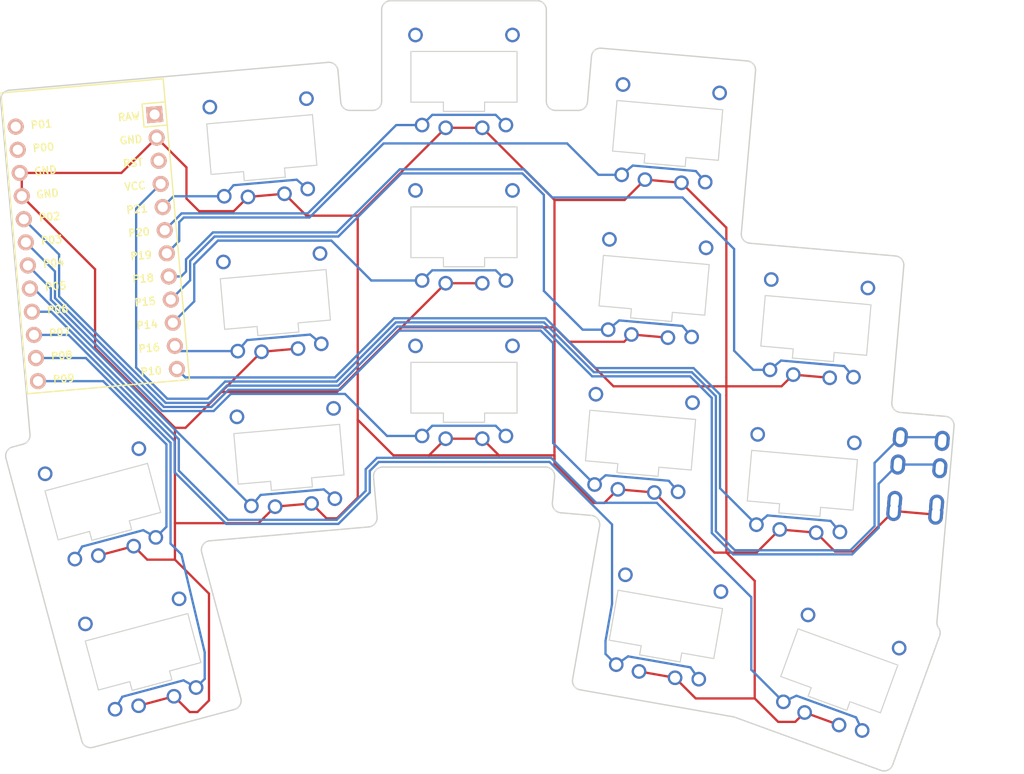
<source format=kicad_pcb>
(kicad_pcb (version 20171130) (host pcbnew "(5.1.9)-1")

  (general
    (thickness 1.6)
    (drawings 57)
    (tracks 305)
    (zones 0)
    (modules 17)
    (nets 23)
  )

  (page A3)
  (title_block
    (title KEYBOARD_NAME_HERE)
    (rev VERSION_HERE)
    (company YOUR_NAME_HERE)
  )

  (layers
    (0 F.Cu signal)
    (31 B.Cu signal)
    (32 B.Adhes user)
    (33 F.Adhes user)
    (34 B.Paste user)
    (35 F.Paste user)
    (36 B.SilkS user)
    (37 F.SilkS user)
    (38 B.Mask user)
    (39 F.Mask user)
    (40 Dwgs.User user)
    (41 Cmts.User user)
    (42 Eco1.User user)
    (43 Eco2.User user)
    (44 Edge.Cuts user)
    (45 Margin user)
    (46 B.CrtYd user)
    (47 F.CrtYd user)
    (48 B.Fab user)
    (49 F.Fab user)
  )

  (setup
    (last_trace_width 0.25)
    (trace_clearance 0.2)
    (zone_clearance 0.508)
    (zone_45_only no)
    (trace_min 0.2)
    (via_size 0.8)
    (via_drill 0.4)
    (via_min_size 0.4)
    (via_min_drill 0.3)
    (uvia_size 0.3)
    (uvia_drill 0.1)
    (uvias_allowed no)
    (uvia_min_size 0.2)
    (uvia_min_drill 0.1)
    (edge_width 0.05)
    (segment_width 0.2)
    (pcb_text_width 0.3)
    (pcb_text_size 1.5 1.5)
    (mod_edge_width 0.12)
    (mod_text_size 1 1)
    (mod_text_width 0.15)
    (pad_size 1.6 1.6)
    (pad_drill 1.1)
    (pad_to_mask_clearance 0.05)
    (aux_axis_origin 0 0)
    (visible_elements 7FFFF7FF)
    (pcbplotparams
      (layerselection 0x010fc_ffffffff)
      (usegerberextensions false)
      (usegerberattributes true)
      (usegerberadvancedattributes true)
      (creategerberjobfile true)
      (excludeedgelayer true)
      (linewidth 0.100000)
      (plotframeref false)
      (viasonmask false)
      (mode 1)
      (useauxorigin false)
      (hpglpennumber 1)
      (hpglpenspeed 20)
      (hpglpendiameter 15.000000)
      (psnegative false)
      (psa4output false)
      (plotreference true)
      (plotvalue true)
      (plotinvisibletext false)
      (padsonsilk false)
      (subtractmaskfromsilk false)
      (outputformat 1)
      (mirror false)
      (drillshape 0)
      (scaleselection 1)
      (outputdirectory "C:/Users/Ryan/sepia/Todarodes pacificus/"))
  )

  (net 0 "")
  (net 1 P9)
  (net 2 GND)
  (net 3 P8)
  (net 4 P5)
  (net 5 P16)
  (net 6 P21)
  (net 7 P4)
  (net 8 P14)
  (net 9 P20)
  (net 10 P3)
  (net 11 P15)
  (net 12 P19)
  (net 13 P10)
  (net 14 P18)
  (net 15 P7)
  (net 16 P6)
  (net 17 RAW)
  (net 18 RST)
  (net 19 VCC)
  (net 20 P1)
  (net 21 P0)
  (net 22 P2)

  (net_class Default "This is the default net class."
    (clearance 0.2)
    (trace_width 0.25)
    (via_dia 0.8)
    (via_drill 0.4)
    (uvia_dia 0.3)
    (uvia_drill 0.1)
    (add_net GND)
    (add_net P0)
    (add_net P1)
    (add_net P10)
    (add_net P14)
    (add_net P15)
    (add_net P16)
    (add_net P18)
    (add_net P19)
    (add_net P2)
    (add_net P20)
    (add_net P21)
    (add_net P3)
    (add_net P4)
    (add_net P5)
    (add_net P6)
    (add_net P7)
    (add_net P8)
    (add_net P9)
    (add_net RAW)
    (add_net RST)
    (add_net VCC)
  )

  (module lib:Kailh_PG1232 (layer F.Cu) (tedit 5E1ADAC2) (tstamp 0)
    (at 49.569207 -25.740719)
    (fp_text reference S6 (at 0 0) (layer F.SilkS) hide
      (effects (font (size 1.27 1.27) (thickness 0.15)))
    )
    (fp_text value Kailh_PG1232 (at 0 -7.3) (layer F.Fab)
      (effects (font (size 1 1) (thickness 0.15)))
    )
    (fp_line (start -9 8.5) (end -9 -8.5) (layer Dwgs.User) (width 0.15))
    (fp_line (start 9 8.5) (end -9 8.5) (layer Dwgs.User) (width 0.15))
    (fp_line (start 9 -8.5) (end 9 8.5) (layer Dwgs.User) (width 0.15))
    (fp_line (start -9 -8.5) (end 9 -8.5) (layer Dwgs.User) (width 0.15))
    (fp_line (start -5.8 -2.95) (end 5.8 -2.95) (layer Edge.Cuts) (width 0.12))
    (fp_line (start 5.8 -2.95) (end 5.8 2.6) (layer Edge.Cuts) (width 0.12))
    (fp_line (start -5.8 2.6) (end -5.8 -2.95) (layer Edge.Cuts) (width 0.12))
    (fp_line (start -2.25 2.6) (end -2.25 3.6) (layer Edge.Cuts) (width 0.12))
    (fp_line (start -2.25 3.6) (end 2.25 3.6) (layer Edge.Cuts) (width 0.12))
    (fp_line (start 2.25 3.6) (end 2.25 2.6) (layer Edge.Cuts) (width 0.12))
    (fp_line (start -2.25 2.6) (end -5.8 2.6) (layer Edge.Cuts) (width 0.12))
    (fp_line (start 2.25 2.6) (end 5.8 2.6) (layer Edge.Cuts) (width 0.12))
    (fp_line (start -2.8 -3.2) (end -2.8 -5.35) (layer Dwgs.User) (width 0.15))
    (fp_line (start 2.8 -3.2) (end 2.8 -5.35) (layer Dwgs.User) (width 0.15))
    (fp_line (start -2.8 -3.2) (end 2.8 -3.2) (layer Dwgs.User) (width 0.15))
    (fp_line (start 2.8 -5.35) (end -2.8 -5.35) (layer Dwgs.User) (width 0.15))
    (fp_line (start 7.25 6.75) (end 7.25 5.75) (layer Dwgs.User) (width 0.15))
    (fp_line (start 7.25 6.75) (end 6.25 6.75) (layer Dwgs.User) (width 0.15))
    (fp_line (start 7.25 -6.75) (end 7.25 -5.75) (layer Dwgs.User) (width 0.15))
    (fp_line (start 7.25 -6.75) (end 6.25 -6.75) (layer Dwgs.User) (width 0.15))
    (fp_line (start -7.25 6.75) (end -7.25 5.75) (layer Dwgs.User) (width 0.15))
    (fp_line (start -7.25 6.75) (end -6.25 6.75) (layer Dwgs.User) (width 0.15))
    (fp_line (start -7.25 -6.75) (end -7.25 -5.75) (layer Dwgs.User) (width 0.15))
    (fp_line (start -7.25 -6.75) (end -6.25 -6.75) (layer Dwgs.User) (width 0.15))
    (pad 3 thru_hole circle (at 5.3 -4.75) (size 1.6 1.6) (drill 1.1) (layers *.Cu *.Mask)
      (clearance 0.2))
    (pad 4 thru_hole circle (at -5.3 -4.75) (size 1.6 1.6) (drill 1.1) (layers *.Cu *.Mask)
      (clearance 0.2))
    (pad 1 thru_hole circle (at -4.58 5.1) (size 1.6 1.6) (drill 1.1) (layers *.Cu *.Mask)
      (net 7 P4) (clearance 0.2))
    (pad 2 thru_hole circle (at 2 5.4) (size 1.6 1.6) (drill 1.1) (layers *.Cu *.Mask)
      (net 2 GND) (clearance 0.2))
    (pad 1 thru_hole circle (at 4.58 5.1) (size 1.6 1.6) (drill 1.1) (layers *.Cu *.Mask)
      (net 7 P4) (clearance 0.2))
    (pad 2 thru_hole circle (at -2 5.4) (size 1.6 1.6) (drill 1.1) (layers *.Cu *.Mask)
      (net 2 GND) (clearance 0.2))
  )

  (module lib:Kailh_PG1232 (layer F.Cu) (tedit 60DAF768) (tstamp 0)
    (at 14.544922 3.131932 15)
    (fp_text reference S1 (at 0 0) (layer F.SilkS) hide
      (effects (font (size 1.27 1.27) (thickness 0.15)))
    )
    (fp_text value Kailh_PG1232 (at 0 -7.3) (layer F.Fab)
      (effects (font (size 1 1) (thickness 0.15)))
    )
    (fp_line (start -9 8.5) (end -9 -8.5) (layer Dwgs.User) (width 0.15))
    (fp_line (start 9 8.5) (end -9 8.5) (layer Dwgs.User) (width 0.15))
    (fp_line (start 9 -8.5) (end 9 8.5) (layer Dwgs.User) (width 0.15))
    (fp_line (start -9 -8.5) (end 9 -8.5) (layer Dwgs.User) (width 0.15))
    (fp_line (start -5.8 -2.95) (end 5.8 -2.95) (layer Edge.Cuts) (width 0.12))
    (fp_line (start 5.8 -2.95) (end 5.8 2.6) (layer Edge.Cuts) (width 0.12))
    (fp_line (start -5.8 2.6) (end -5.8 -2.95) (layer Edge.Cuts) (width 0.12))
    (fp_line (start -2.25 2.6) (end -2.25 3.6) (layer Edge.Cuts) (width 0.12))
    (fp_line (start -2.25 3.6) (end 2.25 3.6) (layer Edge.Cuts) (width 0.12))
    (fp_line (start 2.25 3.6) (end 2.25 2.6) (layer Edge.Cuts) (width 0.12))
    (fp_line (start -2.25 2.6) (end -5.8 2.6) (layer Edge.Cuts) (width 0.12))
    (fp_line (start 2.25 2.6) (end 5.8 2.6) (layer Edge.Cuts) (width 0.12))
    (fp_line (start -2.8 -3.2) (end -2.8 -5.35) (layer Dwgs.User) (width 0.15))
    (fp_line (start 2.8 -3.2) (end 2.8 -5.35) (layer Dwgs.User) (width 0.15))
    (fp_line (start -2.8 -3.2) (end 2.8 -3.2) (layer Dwgs.User) (width 0.15))
    (fp_line (start 2.8 -5.35) (end -2.8 -5.35) (layer Dwgs.User) (width 0.15))
    (fp_line (start 7.25 6.75) (end 7.25 5.75) (layer Dwgs.User) (width 0.15))
    (fp_line (start 7.25 6.75) (end 6.25 6.75) (layer Dwgs.User) (width 0.15))
    (fp_line (start 7.25 -6.75) (end 7.25 -5.75) (layer Dwgs.User) (width 0.15))
    (fp_line (start 7.25 -6.75) (end 6.25 -6.75) (layer Dwgs.User) (width 0.15))
    (fp_line (start -7.25 6.75) (end -7.25 5.75) (layer Dwgs.User) (width 0.15))
    (fp_line (start -7.25 6.75) (end -6.25 6.75) (layer Dwgs.User) (width 0.15))
    (fp_line (start -7.25 -6.75) (end -7.25 -5.75) (layer Dwgs.User) (width 0.15))
    (fp_line (start -7.25 -6.75) (end -6.25 -6.75) (layer Dwgs.User) (width 0.15))
    (pad 3 thru_hole circle (at 5.3 -4.75) (size 1.6 1.6) (drill 1.1) (layers *.Cu *.Mask)
      (clearance 0.2))
    (pad 4 thru_hole circle (at -5.3 -4.75) (size 1.6 1.6) (drill 1.1) (layers *.Cu *.Mask)
      (clearance 0.2))
    (pad 1 thru_hole circle (at -4.58 5.1) (size 1.6 1.6) (drill 1.1) (layers *.Cu *.Mask)
      (net 3 P8) (clearance 0.2))
    (pad 2 thru_hole circle (at 2 5.4) (size 1.6 1.6) (drill 1.1) (layers *.Cu *.Mask)
      (net 2 GND) (clearance 0.2))
    (pad 1 thru_hole circle (at 4.58 5.099999) (size 1.6 1.6) (drill 1.1) (layers *.Cu *.Mask)
      (net 3 P8) (clearance 0.2))
    (pad 2 thru_hole circle (at -2 5.4) (size 1.6 1.6) (drill 1.1) (layers *.Cu *.Mask)
      (net 2 GND) (clearance 0.2))
  )

  (module lib:Kailh_PG1232 (layer F.Cu) (tedit 60DAF75B) (tstamp 0)
    (at 10.144997 -13.288806 15)
    (fp_text reference S2 (at 0 0) (layer F.SilkS) hide
      (effects (font (size 1.27 1.27) (thickness 0.15)))
    )
    (fp_text value Kailh_PG1232 (at 0 -7.3) (layer F.Fab)
      (effects (font (size 1 1) (thickness 0.15)))
    )
    (fp_line (start -9 8.5) (end -9 -8.5) (layer Dwgs.User) (width 0.15))
    (fp_line (start 9 8.5) (end -9 8.5) (layer Dwgs.User) (width 0.15))
    (fp_line (start 9 -8.5) (end 9 8.5) (layer Dwgs.User) (width 0.15))
    (fp_line (start -9 -8.5) (end 9 -8.5) (layer Dwgs.User) (width 0.15))
    (fp_line (start -5.8 -2.95) (end 5.8 -2.95) (layer Edge.Cuts) (width 0.12))
    (fp_line (start 5.8 -2.95) (end 5.8 2.6) (layer Edge.Cuts) (width 0.12))
    (fp_line (start -5.8 2.6) (end -5.8 -2.95) (layer Edge.Cuts) (width 0.12))
    (fp_line (start -2.25 2.6) (end -2.25 3.6) (layer Edge.Cuts) (width 0.12))
    (fp_line (start -2.25 3.6) (end 2.25 3.6) (layer Edge.Cuts) (width 0.12))
    (fp_line (start 2.25 3.6) (end 2.25 2.6) (layer Edge.Cuts) (width 0.12))
    (fp_line (start -2.25 2.6) (end -5.8 2.6) (layer Edge.Cuts) (width 0.12))
    (fp_line (start 2.25 2.6) (end 5.8 2.6) (layer Edge.Cuts) (width 0.12))
    (fp_line (start -2.8 -3.2) (end -2.8 -5.35) (layer Dwgs.User) (width 0.15))
    (fp_line (start 2.8 -3.2) (end 2.8 -5.35) (layer Dwgs.User) (width 0.15))
    (fp_line (start -2.8 -3.2) (end 2.8 -3.2) (layer Dwgs.User) (width 0.15))
    (fp_line (start 2.8 -5.35) (end -2.8 -5.35) (layer Dwgs.User) (width 0.15))
    (fp_line (start 7.25 6.75) (end 7.25 5.75) (layer Dwgs.User) (width 0.15))
    (fp_line (start 7.25 6.75) (end 6.25 6.75) (layer Dwgs.User) (width 0.15))
    (fp_line (start 7.25 -6.75) (end 7.25 -5.75) (layer Dwgs.User) (width 0.15))
    (fp_line (start 7.25 -6.75) (end 6.25 -6.75) (layer Dwgs.User) (width 0.15))
    (fp_line (start -7.25 6.75) (end -7.25 5.75) (layer Dwgs.User) (width 0.15))
    (fp_line (start -7.25 6.75) (end -6.25 6.75) (layer Dwgs.User) (width 0.15))
    (fp_line (start -7.25 -6.75) (end -7.25 -5.75) (layer Dwgs.User) (width 0.15))
    (fp_line (start -7.25 -6.75) (end -6.25 -6.75) (layer Dwgs.User) (width 0.15))
    (pad 3 thru_hole circle (at 5.3 -4.75) (size 1.6 1.6) (drill 1.1) (layers *.Cu *.Mask)
      (clearance 0.2))
    (pad 4 thru_hole circle (at -5.3 -4.75) (size 1.6 1.6) (drill 1.1) (layers *.Cu *.Mask)
      (clearance 0.2))
    (pad 1 thru_hole circle (at -4.58 5.1) (size 1.6 1.6) (drill 1.1) (layers *.Cu *.Mask)
      (net 1 P9) (clearance 0.2))
    (pad 2 thru_hole circle (at 2 5.4) (size 1.6 1.6) (drill 1.1) (layers *.Cu *.Mask)
      (net 2 GND) (clearance 0.2))
    (pad 1 thru_hole circle (at 4.58 5.099999) (size 1.6 1.6) (drill 1.1) (layers *.Cu *.Mask)
      (net 1 P9) (clearance 0.2))
    (pad 2 thru_hole circle (at -2 5.4) (size 1.6 1.6) (drill 1.1) (layers *.Cu *.Mask)
      (net 2 GND) (clearance 0.2))
  )

  (module lib:Kailh_PG1232 (layer F.Cu) (tedit 5E1ADAC2) (tstamp 0)
    (at 30.449939 -18.462123 5)
    (fp_text reference S3 (at 0 0) (layer F.SilkS) hide
      (effects (font (size 1.27 1.27) (thickness 0.15)))
    )
    (fp_text value Kailh_PG1232 (at 0 -7.3) (layer F.Fab)
      (effects (font (size 1 1) (thickness 0.15)))
    )
    (fp_line (start -9 8.5) (end -9 -8.5) (layer Dwgs.User) (width 0.15))
    (fp_line (start 9 8.5) (end -9 8.5) (layer Dwgs.User) (width 0.15))
    (fp_line (start 9 -8.5) (end 9 8.5) (layer Dwgs.User) (width 0.15))
    (fp_line (start -9 -8.5) (end 9 -8.5) (layer Dwgs.User) (width 0.15))
    (fp_line (start -5.8 -2.95) (end 5.8 -2.95) (layer Edge.Cuts) (width 0.12))
    (fp_line (start 5.8 -2.95) (end 5.8 2.6) (layer Edge.Cuts) (width 0.12))
    (fp_line (start -5.8 2.6) (end -5.8 -2.95) (layer Edge.Cuts) (width 0.12))
    (fp_line (start -2.25 2.6) (end -2.25 3.6) (layer Edge.Cuts) (width 0.12))
    (fp_line (start -2.25 3.6) (end 2.25 3.6) (layer Edge.Cuts) (width 0.12))
    (fp_line (start 2.25 3.6) (end 2.25 2.6) (layer Edge.Cuts) (width 0.12))
    (fp_line (start -2.25 2.6) (end -5.8 2.6) (layer Edge.Cuts) (width 0.12))
    (fp_line (start 2.25 2.6) (end 5.8 2.6) (layer Edge.Cuts) (width 0.12))
    (fp_line (start -2.8 -3.2) (end -2.8 -5.35) (layer Dwgs.User) (width 0.15))
    (fp_line (start 2.8 -3.2) (end 2.8 -5.35) (layer Dwgs.User) (width 0.15))
    (fp_line (start -2.8 -3.2) (end 2.8 -3.2) (layer Dwgs.User) (width 0.15))
    (fp_line (start 2.8 -5.35) (end -2.8 -5.35) (layer Dwgs.User) (width 0.15))
    (fp_line (start 7.25 6.75) (end 7.25 5.75) (layer Dwgs.User) (width 0.15))
    (fp_line (start 7.25 6.75) (end 6.25 6.75) (layer Dwgs.User) (width 0.15))
    (fp_line (start 7.25 -6.75) (end 7.25 -5.75) (layer Dwgs.User) (width 0.15))
    (fp_line (start 7.25 -6.75) (end 6.25 -6.75) (layer Dwgs.User) (width 0.15))
    (fp_line (start -7.25 6.75) (end -7.25 5.75) (layer Dwgs.User) (width 0.15))
    (fp_line (start -7.25 6.75) (end -6.25 6.75) (layer Dwgs.User) (width 0.15))
    (fp_line (start -7.25 -6.75) (end -7.25 -5.75) (layer Dwgs.User) (width 0.15))
    (fp_line (start -7.25 -6.75) (end -6.25 -6.75) (layer Dwgs.User) (width 0.15))
    (pad 3 thru_hole circle (at 5.3 -4.75) (size 1.6 1.6) (drill 1.1) (layers *.Cu *.Mask)
      (clearance 0.2))
    (pad 4 thru_hole circle (at -5.3 -4.75) (size 1.6 1.6) (drill 1.1) (layers *.Cu *.Mask)
      (clearance 0.2))
    (pad 1 thru_hole circle (at -4.58 5.1) (size 1.6 1.6) (drill 1.1) (layers *.Cu *.Mask)
      (net 4 P5) (clearance 0.2))
    (pad 2 thru_hole circle (at 2 5.4) (size 1.6 1.6) (drill 1.1) (layers *.Cu *.Mask)
      (net 2 GND) (clearance 0.2))
    (pad 1 thru_hole circle (at 4.58 5.1) (size 1.6 1.6) (drill 1.1) (layers *.Cu *.Mask)
      (net 4 P5) (clearance 0.2))
    (pad 2 thru_hole circle (at -2 5.4) (size 1.6 1.6) (drill 1.1) (layers *.Cu *.Mask)
      (net 2 GND) (clearance 0.2))
  )

  (module lib:Kailh_PG1232 (layer F.Cu) (tedit 5E1ADAC2) (tstamp 0)
    (at 28.968291 -35.397432 5)
    (fp_text reference S4 (at 0 0) (layer F.SilkS) hide
      (effects (font (size 1.27 1.27) (thickness 0.15)))
    )
    (fp_text value Kailh_PG1232 (at 0 -7.3) (layer F.Fab)
      (effects (font (size 1 1) (thickness 0.15)))
    )
    (fp_line (start -9 8.5) (end -9 -8.5) (layer Dwgs.User) (width 0.15))
    (fp_line (start 9 8.5) (end -9 8.5) (layer Dwgs.User) (width 0.15))
    (fp_line (start 9 -8.5) (end 9 8.5) (layer Dwgs.User) (width 0.15))
    (fp_line (start -9 -8.5) (end 9 -8.5) (layer Dwgs.User) (width 0.15))
    (fp_line (start -5.8 -2.95) (end 5.8 -2.95) (layer Edge.Cuts) (width 0.12))
    (fp_line (start 5.8 -2.95) (end 5.8 2.6) (layer Edge.Cuts) (width 0.12))
    (fp_line (start -5.8 2.6) (end -5.8 -2.95) (layer Edge.Cuts) (width 0.12))
    (fp_line (start -2.25 2.6) (end -2.25 3.6) (layer Edge.Cuts) (width 0.12))
    (fp_line (start -2.25 3.6) (end 2.25 3.6) (layer Edge.Cuts) (width 0.12))
    (fp_line (start 2.25 3.6) (end 2.25 2.6) (layer Edge.Cuts) (width 0.12))
    (fp_line (start -2.25 2.6) (end -5.8 2.6) (layer Edge.Cuts) (width 0.12))
    (fp_line (start 2.25 2.6) (end 5.8 2.6) (layer Edge.Cuts) (width 0.12))
    (fp_line (start -2.8 -3.2) (end -2.8 -5.35) (layer Dwgs.User) (width 0.15))
    (fp_line (start 2.8 -3.2) (end 2.8 -5.35) (layer Dwgs.User) (width 0.15))
    (fp_line (start -2.8 -3.2) (end 2.8 -3.2) (layer Dwgs.User) (width 0.15))
    (fp_line (start 2.8 -5.35) (end -2.8 -5.35) (layer Dwgs.User) (width 0.15))
    (fp_line (start 7.25 6.75) (end 7.25 5.75) (layer Dwgs.User) (width 0.15))
    (fp_line (start 7.25 6.75) (end 6.25 6.75) (layer Dwgs.User) (width 0.15))
    (fp_line (start 7.25 -6.75) (end 7.25 -5.75) (layer Dwgs.User) (width 0.15))
    (fp_line (start 7.25 -6.75) (end 6.25 -6.75) (layer Dwgs.User) (width 0.15))
    (fp_line (start -7.25 6.75) (end -7.25 5.75) (layer Dwgs.User) (width 0.15))
    (fp_line (start -7.25 6.75) (end -6.25 6.75) (layer Dwgs.User) (width 0.15))
    (fp_line (start -7.25 -6.75) (end -7.25 -5.75) (layer Dwgs.User) (width 0.15))
    (fp_line (start -7.25 -6.75) (end -6.25 -6.75) (layer Dwgs.User) (width 0.15))
    (pad 3 thru_hole circle (at 5.3 -4.75) (size 1.6 1.6) (drill 1.1) (layers *.Cu *.Mask)
      (clearance 0.2))
    (pad 4 thru_hole circle (at -5.3 -4.75) (size 1.6 1.6) (drill 1.1) (layers *.Cu *.Mask)
      (clearance 0.2))
    (pad 1 thru_hole circle (at -4.58 5.1) (size 1.6 1.6) (drill 1.1) (layers *.Cu *.Mask)
      (net 5 P16) (clearance 0.2))
    (pad 2 thru_hole circle (at 2 5.4) (size 1.6 1.6) (drill 1.1) (layers *.Cu *.Mask)
      (net 2 GND) (clearance 0.2))
    (pad 1 thru_hole circle (at 4.58 5.1) (size 1.6 1.6) (drill 1.1) (layers *.Cu *.Mask)
      (net 5 P16) (clearance 0.2))
    (pad 2 thru_hole circle (at -2 5.4) (size 1.6 1.6) (drill 1.1) (layers *.Cu *.Mask)
      (net 2 GND) (clearance 0.2))
  )

  (module lib:Kailh_PG1232 (layer F.Cu) (tedit 5E1ADAC2) (tstamp 0)
    (at 27.486644 -52.332742 5)
    (fp_text reference S5 (at 0 0) (layer F.SilkS) hide
      (effects (font (size 1.27 1.27) (thickness 0.15)))
    )
    (fp_text value Kailh_PG1232 (at 0 -7.3) (layer F.Fab)
      (effects (font (size 1 1) (thickness 0.15)))
    )
    (fp_line (start -9 8.5) (end -9 -8.5) (layer Dwgs.User) (width 0.15))
    (fp_line (start 9 8.5) (end -9 8.5) (layer Dwgs.User) (width 0.15))
    (fp_line (start 9 -8.5) (end 9 8.5) (layer Dwgs.User) (width 0.15))
    (fp_line (start -9 -8.5) (end 9 -8.5) (layer Dwgs.User) (width 0.15))
    (fp_line (start -5.8 -2.95) (end 5.8 -2.95) (layer Edge.Cuts) (width 0.12))
    (fp_line (start 5.8 -2.95) (end 5.8 2.6) (layer Edge.Cuts) (width 0.12))
    (fp_line (start -5.8 2.6) (end -5.8 -2.95) (layer Edge.Cuts) (width 0.12))
    (fp_line (start -2.25 2.6) (end -2.25 3.6) (layer Edge.Cuts) (width 0.12))
    (fp_line (start -2.25 3.6) (end 2.25 3.6) (layer Edge.Cuts) (width 0.12))
    (fp_line (start 2.25 3.6) (end 2.25 2.6) (layer Edge.Cuts) (width 0.12))
    (fp_line (start -2.25 2.6) (end -5.8 2.6) (layer Edge.Cuts) (width 0.12))
    (fp_line (start 2.25 2.6) (end 5.8 2.6) (layer Edge.Cuts) (width 0.12))
    (fp_line (start -2.8 -3.2) (end -2.8 -5.35) (layer Dwgs.User) (width 0.15))
    (fp_line (start 2.8 -3.2) (end 2.8 -5.35) (layer Dwgs.User) (width 0.15))
    (fp_line (start -2.8 -3.2) (end 2.8 -3.2) (layer Dwgs.User) (width 0.15))
    (fp_line (start 2.8 -5.35) (end -2.8 -5.35) (layer Dwgs.User) (width 0.15))
    (fp_line (start 7.25 6.75) (end 7.25 5.75) (layer Dwgs.User) (width 0.15))
    (fp_line (start 7.25 6.75) (end 6.25 6.75) (layer Dwgs.User) (width 0.15))
    (fp_line (start 7.25 -6.75) (end 7.25 -5.75) (layer Dwgs.User) (width 0.15))
    (fp_line (start 7.25 -6.75) (end 6.25 -6.75) (layer Dwgs.User) (width 0.15))
    (fp_line (start -7.25 6.75) (end -7.25 5.75) (layer Dwgs.User) (width 0.15))
    (fp_line (start -7.25 6.75) (end -6.25 6.75) (layer Dwgs.User) (width 0.15))
    (fp_line (start -7.25 -6.75) (end -7.25 -5.75) (layer Dwgs.User) (width 0.15))
    (fp_line (start -7.25 -6.75) (end -6.25 -6.75) (layer Dwgs.User) (width 0.15))
    (pad 3 thru_hole circle (at 5.3 -4.75) (size 1.6 1.6) (drill 1.1) (layers *.Cu *.Mask)
      (clearance 0.2))
    (pad 4 thru_hole circle (at -5.3 -4.75) (size 1.6 1.6) (drill 1.1) (layers *.Cu *.Mask)
      (clearance 0.2))
    (pad 1 thru_hole circle (at -4.58 5.1) (size 1.6 1.6) (drill 1.1) (layers *.Cu *.Mask)
      (net 6 P21) (clearance 0.2))
    (pad 2 thru_hole circle (at 2 5.4) (size 1.6 1.6) (drill 1.1) (layers *.Cu *.Mask)
      (net 2 GND) (clearance 0.2))
    (pad 1 thru_hole circle (at 4.58 5.1) (size 1.6 1.6) (drill 1.1) (layers *.Cu *.Mask)
      (net 6 P21) (clearance 0.2))
    (pad 2 thru_hole circle (at -2 5.4) (size 1.6 1.6) (drill 1.1) (layers *.Cu *.Mask)
      (net 2 GND) (clearance 0.2))
  )

  (module lib:Kailh_PG1232 (layer F.Cu) (tedit 5E1ADAC2) (tstamp 0)
    (at 49.569209 -42.74072)
    (fp_text reference S7 (at 0 0) (layer F.SilkS) hide
      (effects (font (size 1.27 1.27) (thickness 0.15)))
    )
    (fp_text value Kailh_PG1232 (at 0 -7.3) (layer F.Fab)
      (effects (font (size 1 1) (thickness 0.15)))
    )
    (fp_line (start -9 8.5) (end -9 -8.5) (layer Dwgs.User) (width 0.15))
    (fp_line (start 9 8.5) (end -9 8.5) (layer Dwgs.User) (width 0.15))
    (fp_line (start 9 -8.5) (end 9 8.5) (layer Dwgs.User) (width 0.15))
    (fp_line (start -9 -8.5) (end 9 -8.5) (layer Dwgs.User) (width 0.15))
    (fp_line (start -5.8 -2.95) (end 5.8 -2.95) (layer Edge.Cuts) (width 0.12))
    (fp_line (start 5.8 -2.95) (end 5.8 2.6) (layer Edge.Cuts) (width 0.12))
    (fp_line (start -5.8 2.6) (end -5.8 -2.95) (layer Edge.Cuts) (width 0.12))
    (fp_line (start -2.25 2.6) (end -2.25 3.6) (layer Edge.Cuts) (width 0.12))
    (fp_line (start -2.25 3.6) (end 2.25 3.6) (layer Edge.Cuts) (width 0.12))
    (fp_line (start 2.25 3.6) (end 2.25 2.6) (layer Edge.Cuts) (width 0.12))
    (fp_line (start -2.25 2.6) (end -5.8 2.6) (layer Edge.Cuts) (width 0.12))
    (fp_line (start 2.25 2.6) (end 5.8 2.6) (layer Edge.Cuts) (width 0.12))
    (fp_line (start -2.8 -3.2) (end -2.8 -5.35) (layer Dwgs.User) (width 0.15))
    (fp_line (start 2.8 -3.2) (end 2.8 -5.35) (layer Dwgs.User) (width 0.15))
    (fp_line (start -2.8 -3.2) (end 2.8 -3.2) (layer Dwgs.User) (width 0.15))
    (fp_line (start 2.8 -5.35) (end -2.8 -5.35) (layer Dwgs.User) (width 0.15))
    (fp_line (start 7.25 6.75) (end 7.25 5.75) (layer Dwgs.User) (width 0.15))
    (fp_line (start 7.25 6.75) (end 6.25 6.75) (layer Dwgs.User) (width 0.15))
    (fp_line (start 7.25 -6.75) (end 7.25 -5.75) (layer Dwgs.User) (width 0.15))
    (fp_line (start 7.25 -6.75) (end 6.25 -6.75) (layer Dwgs.User) (width 0.15))
    (fp_line (start -7.25 6.75) (end -7.25 5.75) (layer Dwgs.User) (width 0.15))
    (fp_line (start -7.25 6.75) (end -6.25 6.75) (layer Dwgs.User) (width 0.15))
    (fp_line (start -7.25 -6.75) (end -7.25 -5.75) (layer Dwgs.User) (width 0.15))
    (fp_line (start -7.25 -6.75) (end -6.25 -6.75) (layer Dwgs.User) (width 0.15))
    (pad 3 thru_hole circle (at 5.3 -4.75) (size 1.6 1.6) (drill 1.1) (layers *.Cu *.Mask)
      (clearance 0.2))
    (pad 4 thru_hole circle (at -5.3 -4.75) (size 1.6 1.6) (drill 1.1) (layers *.Cu *.Mask)
      (clearance 0.2))
    (pad 1 thru_hole circle (at -4.58 5.1) (size 1.6 1.6) (drill 1.1) (layers *.Cu *.Mask)
      (net 8 P14) (clearance 0.2))
    (pad 2 thru_hole circle (at 2 5.4) (size 1.6 1.6) (drill 1.1) (layers *.Cu *.Mask)
      (net 2 GND) (clearance 0.2))
    (pad 1 thru_hole circle (at 4.58 5.1) (size 1.6 1.6) (drill 1.1) (layers *.Cu *.Mask)
      (net 8 P14) (clearance 0.2))
    (pad 2 thru_hole circle (at -2 5.4) (size 1.6 1.6) (drill 1.1) (layers *.Cu *.Mask)
      (net 2 GND) (clearance 0.2))
  )

  (module lib:Kailh_PG1232 (layer F.Cu) (tedit 5E1ADAC2) (tstamp 0)
    (at 49.569206 -59.740719)
    (fp_text reference S8 (at 0 0) (layer F.SilkS) hide
      (effects (font (size 1.27 1.27) (thickness 0.15)))
    )
    (fp_text value Kailh_PG1232 (at 0 -7.3) (layer F.Fab)
      (effects (font (size 1 1) (thickness 0.15)))
    )
    (fp_line (start -9 8.5) (end -9 -8.5) (layer Dwgs.User) (width 0.15))
    (fp_line (start 9 8.5) (end -9 8.5) (layer Dwgs.User) (width 0.15))
    (fp_line (start 9 -8.5) (end 9 8.5) (layer Dwgs.User) (width 0.15))
    (fp_line (start -9 -8.5) (end 9 -8.5) (layer Dwgs.User) (width 0.15))
    (fp_line (start -5.8 -2.95) (end 5.8 -2.95) (layer Edge.Cuts) (width 0.12))
    (fp_line (start 5.8 -2.95) (end 5.8 2.6) (layer Edge.Cuts) (width 0.12))
    (fp_line (start -5.8 2.6) (end -5.8 -2.95) (layer Edge.Cuts) (width 0.12))
    (fp_line (start -2.25 2.6) (end -2.25 3.6) (layer Edge.Cuts) (width 0.12))
    (fp_line (start -2.25 3.6) (end 2.25 3.6) (layer Edge.Cuts) (width 0.12))
    (fp_line (start 2.25 3.6) (end 2.25 2.6) (layer Edge.Cuts) (width 0.12))
    (fp_line (start -2.25 2.6) (end -5.8 2.6) (layer Edge.Cuts) (width 0.12))
    (fp_line (start 2.25 2.6) (end 5.8 2.6) (layer Edge.Cuts) (width 0.12))
    (fp_line (start -2.8 -3.2) (end -2.8 -5.35) (layer Dwgs.User) (width 0.15))
    (fp_line (start 2.8 -3.2) (end 2.8 -5.35) (layer Dwgs.User) (width 0.15))
    (fp_line (start -2.8 -3.2) (end 2.8 -3.2) (layer Dwgs.User) (width 0.15))
    (fp_line (start 2.8 -5.35) (end -2.8 -5.35) (layer Dwgs.User) (width 0.15))
    (fp_line (start 7.25 6.75) (end 7.25 5.75) (layer Dwgs.User) (width 0.15))
    (fp_line (start 7.25 6.75) (end 6.25 6.75) (layer Dwgs.User) (width 0.15))
    (fp_line (start 7.25 -6.75) (end 7.25 -5.75) (layer Dwgs.User) (width 0.15))
    (fp_line (start 7.25 -6.75) (end 6.25 -6.75) (layer Dwgs.User) (width 0.15))
    (fp_line (start -7.25 6.75) (end -7.25 5.75) (layer Dwgs.User) (width 0.15))
    (fp_line (start -7.25 6.75) (end -6.25 6.75) (layer Dwgs.User) (width 0.15))
    (fp_line (start -7.25 -6.75) (end -7.25 -5.75) (layer Dwgs.User) (width 0.15))
    (fp_line (start -7.25 -6.75) (end -6.25 -6.75) (layer Dwgs.User) (width 0.15))
    (pad 3 thru_hole circle (at 5.3 -4.75) (size 1.6 1.6) (drill 1.1) (layers *.Cu *.Mask)
      (clearance 0.2))
    (pad 4 thru_hole circle (at -5.3 -4.75) (size 1.6 1.6) (drill 1.1) (layers *.Cu *.Mask)
      (clearance 0.2))
    (pad 1 thru_hole circle (at -4.58 5.1) (size 1.6 1.6) (drill 1.1) (layers *.Cu *.Mask)
      (net 9 P20) (clearance 0.2))
    (pad 2 thru_hole circle (at 2 5.4) (size 1.6 1.6) (drill 1.1) (layers *.Cu *.Mask)
      (net 2 GND) (clearance 0.2))
    (pad 1 thru_hole circle (at 4.58 5.1) (size 1.6 1.6) (drill 1.1) (layers *.Cu *.Mask)
      (net 9 P20) (clearance 0.2))
    (pad 2 thru_hole circle (at -2 5.4) (size 1.6 1.6) (drill 1.1) (layers *.Cu *.Mask)
      (net 2 GND) (clearance 0.2))
  )

  (module lib:Kailh_PG1232 (layer F.Cu) (tedit 5E1ADAC2) (tstamp 0)
    (at 68.850856 -20.009361 355)
    (fp_text reference S9 (at 0 0) (layer F.SilkS) hide
      (effects (font (size 1.27 1.27) (thickness 0.15)))
    )
    (fp_text value Kailh_PG1232 (at 0 -7.3) (layer F.Fab)
      (effects (font (size 1 1) (thickness 0.15)))
    )
    (fp_line (start -9 8.5) (end -9 -8.5) (layer Dwgs.User) (width 0.15))
    (fp_line (start 9 8.5) (end -9 8.5) (layer Dwgs.User) (width 0.15))
    (fp_line (start 9 -8.5) (end 9 8.5) (layer Dwgs.User) (width 0.15))
    (fp_line (start -9 -8.5) (end 9 -8.5) (layer Dwgs.User) (width 0.15))
    (fp_line (start -5.8 -2.95) (end 5.8 -2.95) (layer Edge.Cuts) (width 0.12))
    (fp_line (start 5.8 -2.95) (end 5.8 2.6) (layer Edge.Cuts) (width 0.12))
    (fp_line (start -5.8 2.6) (end -5.8 -2.95) (layer Edge.Cuts) (width 0.12))
    (fp_line (start -2.25 2.6) (end -2.25 3.6) (layer Edge.Cuts) (width 0.12))
    (fp_line (start -2.25 3.6) (end 2.25 3.6) (layer Edge.Cuts) (width 0.12))
    (fp_line (start 2.25 3.6) (end 2.25 2.6) (layer Edge.Cuts) (width 0.12))
    (fp_line (start -2.25 2.6) (end -5.8 2.6) (layer Edge.Cuts) (width 0.12))
    (fp_line (start 2.25 2.6) (end 5.8 2.6) (layer Edge.Cuts) (width 0.12))
    (fp_line (start -2.8 -3.2) (end -2.8 -5.35) (layer Dwgs.User) (width 0.15))
    (fp_line (start 2.8 -3.2) (end 2.8 -5.35) (layer Dwgs.User) (width 0.15))
    (fp_line (start -2.8 -3.2) (end 2.8 -3.2) (layer Dwgs.User) (width 0.15))
    (fp_line (start 2.8 -5.35) (end -2.8 -5.35) (layer Dwgs.User) (width 0.15))
    (fp_line (start 7.25 6.75) (end 7.25 5.75) (layer Dwgs.User) (width 0.15))
    (fp_line (start 7.25 6.75) (end 6.25 6.75) (layer Dwgs.User) (width 0.15))
    (fp_line (start 7.25 -6.75) (end 7.25 -5.75) (layer Dwgs.User) (width 0.15))
    (fp_line (start 7.25 -6.75) (end 6.25 -6.75) (layer Dwgs.User) (width 0.15))
    (fp_line (start -7.25 6.75) (end -7.25 5.75) (layer Dwgs.User) (width 0.15))
    (fp_line (start -7.25 6.75) (end -6.25 6.75) (layer Dwgs.User) (width 0.15))
    (fp_line (start -7.25 -6.75) (end -7.25 -5.75) (layer Dwgs.User) (width 0.15))
    (fp_line (start -7.25 -6.75) (end -6.25 -6.75) (layer Dwgs.User) (width 0.15))
    (pad 3 thru_hole circle (at 5.3 -4.75) (size 1.6 1.6) (drill 1.1) (layers *.Cu *.Mask)
      (clearance 0.2))
    (pad 4 thru_hole circle (at -5.3 -4.75) (size 1.6 1.6) (drill 1.1) (layers *.Cu *.Mask)
      (clearance 0.2))
    (pad 1 thru_hole circle (at -4.58 5.1) (size 1.6 1.6) (drill 1.1) (layers *.Cu *.Mask)
      (net 10 P3) (clearance 0.2))
    (pad 2 thru_hole circle (at 2 5.4) (size 1.6 1.6) (drill 1.1) (layers *.Cu *.Mask)
      (net 2 GND) (clearance 0.2))
    (pad 1 thru_hole circle (at 4.58 5.1) (size 1.6 1.6) (drill 1.1) (layers *.Cu *.Mask)
      (net 10 P3) (clearance 0.2))
    (pad 2 thru_hole circle (at -2 5.4) (size 1.6 1.6) (drill 1.1) (layers *.Cu *.Mask)
      (net 2 GND) (clearance 0.2))
  )

  (module lib:Kailh_PG1232 (layer F.Cu) (tedit 5E1ADAC2) (tstamp 0)
    (at 70.332503 -36.944672 355)
    (fp_text reference S10 (at 0 0) (layer F.SilkS) hide
      (effects (font (size 1.27 1.27) (thickness 0.15)))
    )
    (fp_text value Kailh_PG1232 (at 0 -7.3) (layer F.Fab)
      (effects (font (size 1 1) (thickness 0.15)))
    )
    (fp_line (start -9 8.5) (end -9 -8.5) (layer Dwgs.User) (width 0.15))
    (fp_line (start 9 8.5) (end -9 8.5) (layer Dwgs.User) (width 0.15))
    (fp_line (start 9 -8.5) (end 9 8.5) (layer Dwgs.User) (width 0.15))
    (fp_line (start -9 -8.5) (end 9 -8.5) (layer Dwgs.User) (width 0.15))
    (fp_line (start -5.8 -2.95) (end 5.8 -2.95) (layer Edge.Cuts) (width 0.12))
    (fp_line (start 5.8 -2.95) (end 5.8 2.6) (layer Edge.Cuts) (width 0.12))
    (fp_line (start -5.8 2.6) (end -5.8 -2.95) (layer Edge.Cuts) (width 0.12))
    (fp_line (start -2.25 2.6) (end -2.25 3.6) (layer Edge.Cuts) (width 0.12))
    (fp_line (start -2.25 3.6) (end 2.25 3.6) (layer Edge.Cuts) (width 0.12))
    (fp_line (start 2.25 3.6) (end 2.25 2.6) (layer Edge.Cuts) (width 0.12))
    (fp_line (start -2.25 2.6) (end -5.8 2.6) (layer Edge.Cuts) (width 0.12))
    (fp_line (start 2.25 2.6) (end 5.8 2.6) (layer Edge.Cuts) (width 0.12))
    (fp_line (start -2.8 -3.2) (end -2.8 -5.35) (layer Dwgs.User) (width 0.15))
    (fp_line (start 2.8 -3.2) (end 2.8 -5.35) (layer Dwgs.User) (width 0.15))
    (fp_line (start -2.8 -3.2) (end 2.8 -3.2) (layer Dwgs.User) (width 0.15))
    (fp_line (start 2.8 -5.35) (end -2.8 -5.35) (layer Dwgs.User) (width 0.15))
    (fp_line (start 7.25 6.75) (end 7.25 5.75) (layer Dwgs.User) (width 0.15))
    (fp_line (start 7.25 6.75) (end 6.25 6.75) (layer Dwgs.User) (width 0.15))
    (fp_line (start 7.25 -6.75) (end 7.25 -5.75) (layer Dwgs.User) (width 0.15))
    (fp_line (start 7.25 -6.75) (end 6.25 -6.75) (layer Dwgs.User) (width 0.15))
    (fp_line (start -7.25 6.75) (end -7.25 5.75) (layer Dwgs.User) (width 0.15))
    (fp_line (start -7.25 6.75) (end -6.25 6.75) (layer Dwgs.User) (width 0.15))
    (fp_line (start -7.25 -6.75) (end -7.25 -5.75) (layer Dwgs.User) (width 0.15))
    (fp_line (start -7.25 -6.75) (end -6.25 -6.75) (layer Dwgs.User) (width 0.15))
    (pad 3 thru_hole circle (at 5.3 -4.75) (size 1.6 1.6) (drill 1.1) (layers *.Cu *.Mask)
      (clearance 0.2))
    (pad 4 thru_hole circle (at -5.3 -4.75) (size 1.6 1.6) (drill 1.1) (layers *.Cu *.Mask)
      (clearance 0.2))
    (pad 1 thru_hole circle (at -4.58 5.1) (size 1.6 1.6) (drill 1.1) (layers *.Cu *.Mask)
      (net 11 P15) (clearance 0.2))
    (pad 2 thru_hole circle (at 2 5.4) (size 1.6 1.6) (drill 1.1) (layers *.Cu *.Mask)
      (net 2 GND) (clearance 0.2))
    (pad 1 thru_hole circle (at 4.58 5.1) (size 1.6 1.6) (drill 1.1) (layers *.Cu *.Mask)
      (net 11 P15) (clearance 0.2))
    (pad 2 thru_hole circle (at -2 5.4) (size 1.6 1.6) (drill 1.1) (layers *.Cu *.Mask)
      (net 2 GND) (clearance 0.2))
  )

  (module lib:Kailh_PG1232 (layer F.Cu) (tedit 5E1ADAC2) (tstamp 0)
    (at 71.814152 -53.879981 355)
    (fp_text reference S11 (at 0 0) (layer F.SilkS) hide
      (effects (font (size 1.27 1.27) (thickness 0.15)))
    )
    (fp_text value Kailh_PG1232 (at 0 -7.3) (layer F.Fab)
      (effects (font (size 1 1) (thickness 0.15)))
    )
    (fp_line (start -9 8.5) (end -9 -8.5) (layer Dwgs.User) (width 0.15))
    (fp_line (start 9 8.5) (end -9 8.5) (layer Dwgs.User) (width 0.15))
    (fp_line (start 9 -8.5) (end 9 8.5) (layer Dwgs.User) (width 0.15))
    (fp_line (start -9 -8.5) (end 9 -8.5) (layer Dwgs.User) (width 0.15))
    (fp_line (start -5.8 -2.95) (end 5.8 -2.95) (layer Edge.Cuts) (width 0.12))
    (fp_line (start 5.8 -2.95) (end 5.8 2.6) (layer Edge.Cuts) (width 0.12))
    (fp_line (start -5.8 2.6) (end -5.8 -2.95) (layer Edge.Cuts) (width 0.12))
    (fp_line (start -2.25 2.6) (end -2.25 3.6) (layer Edge.Cuts) (width 0.12))
    (fp_line (start -2.25 3.6) (end 2.25 3.6) (layer Edge.Cuts) (width 0.12))
    (fp_line (start 2.25 3.6) (end 2.25 2.6) (layer Edge.Cuts) (width 0.12))
    (fp_line (start -2.25 2.6) (end -5.8 2.6) (layer Edge.Cuts) (width 0.12))
    (fp_line (start 2.25 2.6) (end 5.8 2.6) (layer Edge.Cuts) (width 0.12))
    (fp_line (start -2.8 -3.2) (end -2.8 -5.35) (layer Dwgs.User) (width 0.15))
    (fp_line (start 2.8 -3.2) (end 2.8 -5.35) (layer Dwgs.User) (width 0.15))
    (fp_line (start -2.8 -3.2) (end 2.8 -3.2) (layer Dwgs.User) (width 0.15))
    (fp_line (start 2.8 -5.35) (end -2.8 -5.35) (layer Dwgs.User) (width 0.15))
    (fp_line (start 7.25 6.75) (end 7.25 5.75) (layer Dwgs.User) (width 0.15))
    (fp_line (start 7.25 6.75) (end 6.25 6.75) (layer Dwgs.User) (width 0.15))
    (fp_line (start 7.25 -6.75) (end 7.25 -5.75) (layer Dwgs.User) (width 0.15))
    (fp_line (start 7.25 -6.75) (end 6.25 -6.75) (layer Dwgs.User) (width 0.15))
    (fp_line (start -7.25 6.75) (end -7.25 5.75) (layer Dwgs.User) (width 0.15))
    (fp_line (start -7.25 6.75) (end -6.25 6.75) (layer Dwgs.User) (width 0.15))
    (fp_line (start -7.25 -6.75) (end -7.25 -5.75) (layer Dwgs.User) (width 0.15))
    (fp_line (start -7.25 -6.75) (end -6.25 -6.75) (layer Dwgs.User) (width 0.15))
    (pad 3 thru_hole circle (at 5.3 -4.75) (size 1.6 1.6) (drill 1.1) (layers *.Cu *.Mask)
      (clearance 0.2))
    (pad 4 thru_hole circle (at -5.3 -4.75) (size 1.6 1.6) (drill 1.1) (layers *.Cu *.Mask)
      (clearance 0.2))
    (pad 1 thru_hole circle (at -4.58 5.1) (size 1.6 1.6) (drill 1.1) (layers *.Cu *.Mask)
      (net 12 P19) (clearance 0.2))
    (pad 2 thru_hole circle (at 2 5.4) (size 1.6 1.6) (drill 1.1) (layers *.Cu *.Mask)
      (net 2 GND) (clearance 0.2))
    (pad 1 thru_hole circle (at 4.58 5.1) (size 1.6 1.6) (drill 1.1) (layers *.Cu *.Mask)
      (net 12 P19) (clearance 0.2))
    (pad 2 thru_hole circle (at -2 5.4) (size 1.6 1.6) (drill 1.1) (layers *.Cu *.Mask)
      (net 2 GND) (clearance 0.2))
  )

  (module lib:Kailh_PG1232 (layer F.Cu) (tedit 5E1ADAC2) (tstamp 0)
    (at 86.535419 -15.618008 355)
    (fp_text reference S12 (at 0 0) (layer F.SilkS) hide
      (effects (font (size 1.27 1.27) (thickness 0.15)))
    )
    (fp_text value Kailh_PG1232 (at 0 -7.3) (layer F.Fab)
      (effects (font (size 1 1) (thickness 0.15)))
    )
    (fp_line (start -9 8.5) (end -9 -8.5) (layer Dwgs.User) (width 0.15))
    (fp_line (start 9 8.5) (end -9 8.5) (layer Dwgs.User) (width 0.15))
    (fp_line (start 9 -8.5) (end 9 8.5) (layer Dwgs.User) (width 0.15))
    (fp_line (start -9 -8.5) (end 9 -8.5) (layer Dwgs.User) (width 0.15))
    (fp_line (start -5.8 -2.95) (end 5.8 -2.95) (layer Edge.Cuts) (width 0.12))
    (fp_line (start 5.8 -2.95) (end 5.8 2.6) (layer Edge.Cuts) (width 0.12))
    (fp_line (start -5.8 2.6) (end -5.8 -2.95) (layer Edge.Cuts) (width 0.12))
    (fp_line (start -2.25 2.6) (end -2.25 3.6) (layer Edge.Cuts) (width 0.12))
    (fp_line (start -2.25 3.6) (end 2.25 3.6) (layer Edge.Cuts) (width 0.12))
    (fp_line (start 2.25 3.6) (end 2.25 2.6) (layer Edge.Cuts) (width 0.12))
    (fp_line (start -2.25 2.6) (end -5.8 2.6) (layer Edge.Cuts) (width 0.12))
    (fp_line (start 2.25 2.6) (end 5.8 2.6) (layer Edge.Cuts) (width 0.12))
    (fp_line (start -2.8 -3.2) (end -2.8 -5.35) (layer Dwgs.User) (width 0.15))
    (fp_line (start 2.8 -3.2) (end 2.8 -5.35) (layer Dwgs.User) (width 0.15))
    (fp_line (start -2.8 -3.2) (end 2.8 -3.2) (layer Dwgs.User) (width 0.15))
    (fp_line (start 2.8 -5.35) (end -2.8 -5.35) (layer Dwgs.User) (width 0.15))
    (fp_line (start 7.25 6.75) (end 7.25 5.75) (layer Dwgs.User) (width 0.15))
    (fp_line (start 7.25 6.75) (end 6.25 6.75) (layer Dwgs.User) (width 0.15))
    (fp_line (start 7.25 -6.75) (end 7.25 -5.75) (layer Dwgs.User) (width 0.15))
    (fp_line (start 7.25 -6.75) (end 6.25 -6.75) (layer Dwgs.User) (width 0.15))
    (fp_line (start -7.25 6.75) (end -7.25 5.75) (layer Dwgs.User) (width 0.15))
    (fp_line (start -7.25 6.75) (end -6.25 6.75) (layer Dwgs.User) (width 0.15))
    (fp_line (start -7.25 -6.75) (end -7.25 -5.75) (layer Dwgs.User) (width 0.15))
    (fp_line (start -7.25 -6.75) (end -6.25 -6.75) (layer Dwgs.User) (width 0.15))
    (pad 3 thru_hole circle (at 5.3 -4.75) (size 1.6 1.6) (drill 1.1) (layers *.Cu *.Mask)
      (clearance 0.2))
    (pad 4 thru_hole circle (at -5.3 -4.75) (size 1.6 1.6) (drill 1.1) (layers *.Cu *.Mask)
      (clearance 0.2))
    (pad 1 thru_hole circle (at -4.58 5.1) (size 1.6 1.6) (drill 1.1) (layers *.Cu *.Mask)
      (net 13 P10) (clearance 0.2))
    (pad 2 thru_hole circle (at 2 5.4) (size 1.6 1.6) (drill 1.1) (layers *.Cu *.Mask)
      (net 2 GND) (clearance 0.2))
    (pad 1 thru_hole circle (at 4.58 5.1) (size 1.6 1.6) (drill 1.1) (layers *.Cu *.Mask)
      (net 13 P10) (clearance 0.2))
    (pad 2 thru_hole circle (at -2 5.4) (size 1.6 1.6) (drill 1.1) (layers *.Cu *.Mask)
      (net 2 GND) (clearance 0.2))
  )

  (module lib:Kailh_PG1232 (layer F.Cu) (tedit 5E1ADAC2) (tstamp 0)
    (at 88.017067 -32.553317 355)
    (fp_text reference S13 (at 0 0) (layer F.SilkS) hide
      (effects (font (size 1.27 1.27) (thickness 0.15)))
    )
    (fp_text value Kailh_PG1232 (at 0 -7.3) (layer F.Fab)
      (effects (font (size 1 1) (thickness 0.15)))
    )
    (fp_line (start -9 8.5) (end -9 -8.5) (layer Dwgs.User) (width 0.15))
    (fp_line (start 9 8.5) (end -9 8.5) (layer Dwgs.User) (width 0.15))
    (fp_line (start 9 -8.5) (end 9 8.5) (layer Dwgs.User) (width 0.15))
    (fp_line (start -9 -8.5) (end 9 -8.5) (layer Dwgs.User) (width 0.15))
    (fp_line (start -5.8 -2.95) (end 5.8 -2.95) (layer Edge.Cuts) (width 0.12))
    (fp_line (start 5.8 -2.95) (end 5.8 2.6) (layer Edge.Cuts) (width 0.12))
    (fp_line (start -5.8 2.6) (end -5.8 -2.95) (layer Edge.Cuts) (width 0.12))
    (fp_line (start -2.25 2.6) (end -2.25 3.6) (layer Edge.Cuts) (width 0.12))
    (fp_line (start -2.25 3.6) (end 2.25 3.6) (layer Edge.Cuts) (width 0.12))
    (fp_line (start 2.25 3.6) (end 2.25 2.6) (layer Edge.Cuts) (width 0.12))
    (fp_line (start -2.25 2.6) (end -5.8 2.6) (layer Edge.Cuts) (width 0.12))
    (fp_line (start 2.25 2.6) (end 5.8 2.6) (layer Edge.Cuts) (width 0.12))
    (fp_line (start -2.8 -3.2) (end -2.8 -5.35) (layer Dwgs.User) (width 0.15))
    (fp_line (start 2.8 -3.2) (end 2.8 -5.35) (layer Dwgs.User) (width 0.15))
    (fp_line (start -2.8 -3.2) (end 2.8 -3.2) (layer Dwgs.User) (width 0.15))
    (fp_line (start 2.8 -5.35) (end -2.8 -5.35) (layer Dwgs.User) (width 0.15))
    (fp_line (start 7.25 6.75) (end 7.25 5.75) (layer Dwgs.User) (width 0.15))
    (fp_line (start 7.25 6.75) (end 6.25 6.75) (layer Dwgs.User) (width 0.15))
    (fp_line (start 7.25 -6.75) (end 7.25 -5.75) (layer Dwgs.User) (width 0.15))
    (fp_line (start 7.25 -6.75) (end 6.25 -6.75) (layer Dwgs.User) (width 0.15))
    (fp_line (start -7.25 6.75) (end -7.25 5.75) (layer Dwgs.User) (width 0.15))
    (fp_line (start -7.25 6.75) (end -6.25 6.75) (layer Dwgs.User) (width 0.15))
    (fp_line (start -7.25 -6.75) (end -7.25 -5.75) (layer Dwgs.User) (width 0.15))
    (fp_line (start -7.25 -6.75) (end -6.25 -6.75) (layer Dwgs.User) (width 0.15))
    (pad 3 thru_hole circle (at 5.3 -4.75) (size 1.6 1.6) (drill 1.1) (layers *.Cu *.Mask)
      (clearance 0.2))
    (pad 4 thru_hole circle (at -5.3 -4.75) (size 1.6 1.6) (drill 1.1) (layers *.Cu *.Mask)
      (clearance 0.2))
    (pad 1 thru_hole circle (at -4.58 5.1) (size 1.6 1.6) (drill 1.1) (layers *.Cu *.Mask)
      (net 14 P18) (clearance 0.2))
    (pad 2 thru_hole circle (at 2 5.4) (size 1.6 1.6) (drill 1.1) (layers *.Cu *.Mask)
      (net 2 GND) (clearance 0.2))
    (pad 1 thru_hole circle (at 4.58 5.1) (size 1.6 1.6) (drill 1.1) (layers *.Cu *.Mask)
      (net 14 P18) (clearance 0.2))
    (pad 2 thru_hole circle (at -2 5.4) (size 1.6 1.6) (drill 1.1) (layers *.Cu *.Mask)
      (net 2 GND) (clearance 0.2))
  )

  (module lib:Kailh_PG1232 (layer F.Cu) (tedit 5E1ADAC2) (tstamp 0)
    (at 71.605143 0.140701 350)
    (fp_text reference S14 (at 0 0) (layer F.SilkS) hide
      (effects (font (size 1.27 1.27) (thickness 0.15)))
    )
    (fp_text value Kailh_PG1232 (at 0 -7.3) (layer F.Fab)
      (effects (font (size 1 1) (thickness 0.15)))
    )
    (fp_line (start -9 8.5) (end -9 -8.5) (layer Dwgs.User) (width 0.15))
    (fp_line (start 9 8.5) (end -9 8.5) (layer Dwgs.User) (width 0.15))
    (fp_line (start 9 -8.5) (end 9 8.5) (layer Dwgs.User) (width 0.15))
    (fp_line (start -9 -8.5) (end 9 -8.5) (layer Dwgs.User) (width 0.15))
    (fp_line (start -5.8 -2.95) (end 5.8 -2.95) (layer Edge.Cuts) (width 0.12))
    (fp_line (start 5.8 -2.95) (end 5.8 2.6) (layer Edge.Cuts) (width 0.12))
    (fp_line (start -5.8 2.6) (end -5.8 -2.95) (layer Edge.Cuts) (width 0.12))
    (fp_line (start -2.25 2.6) (end -2.25 3.6) (layer Edge.Cuts) (width 0.12))
    (fp_line (start -2.25 3.6) (end 2.25 3.6) (layer Edge.Cuts) (width 0.12))
    (fp_line (start 2.25 3.6) (end 2.25 2.6) (layer Edge.Cuts) (width 0.12))
    (fp_line (start -2.25 2.6) (end -5.8 2.6) (layer Edge.Cuts) (width 0.12))
    (fp_line (start 2.25 2.6) (end 5.8 2.6) (layer Edge.Cuts) (width 0.12))
    (fp_line (start -2.8 -3.2) (end -2.8 -5.35) (layer Dwgs.User) (width 0.15))
    (fp_line (start 2.8 -3.2) (end 2.8 -5.35) (layer Dwgs.User) (width 0.15))
    (fp_line (start -2.8 -3.2) (end 2.8 -3.2) (layer Dwgs.User) (width 0.15))
    (fp_line (start 2.8 -5.35) (end -2.8 -5.35) (layer Dwgs.User) (width 0.15))
    (fp_line (start 7.25 6.75) (end 7.25 5.75) (layer Dwgs.User) (width 0.15))
    (fp_line (start 7.25 6.75) (end 6.25 6.75) (layer Dwgs.User) (width 0.15))
    (fp_line (start 7.25 -6.75) (end 7.25 -5.75) (layer Dwgs.User) (width 0.15))
    (fp_line (start 7.25 -6.75) (end 6.25 -6.75) (layer Dwgs.User) (width 0.15))
    (fp_line (start -7.25 6.75) (end -7.25 5.75) (layer Dwgs.User) (width 0.15))
    (fp_line (start -7.25 6.75) (end -6.25 6.75) (layer Dwgs.User) (width 0.15))
    (fp_line (start -7.25 -6.75) (end -7.25 -5.75) (layer Dwgs.User) (width 0.15))
    (fp_line (start -7.25 -6.75) (end -6.25 -6.75) (layer Dwgs.User) (width 0.15))
    (pad 3 thru_hole circle (at 5.3 -4.75) (size 1.6 1.6) (drill 1.1) (layers *.Cu *.Mask)
      (clearance 0.2))
    (pad 4 thru_hole circle (at -5.3 -4.75) (size 1.6 1.6) (drill 1.1) (layers *.Cu *.Mask)
      (clearance 0.2))
    (pad 1 thru_hole circle (at -4.58 5.1) (size 1.6 1.6) (drill 1.1) (layers *.Cu *.Mask)
      (net 15 P7) (clearance 0.2))
    (pad 2 thru_hole circle (at 2 5.4) (size 1.6 1.6) (drill 1.1) (layers *.Cu *.Mask)
      (net 2 GND) (clearance 0.2))
    (pad 1 thru_hole circle (at 4.58 5.1) (size 1.6 1.6) (drill 1.1) (layers *.Cu *.Mask)
      (net 15 P7) (clearance 0.2))
    (pad 2 thru_hole circle (at -2 5.4) (size 1.6 1.6) (drill 1.1) (layers *.Cu *.Mask)
      (net 2 GND) (clearance 0.2))
  )

  (module lib:Kailh_PG1232 (layer F.Cu) (tedit 5E1ADAC2) (tstamp 0)
    (at 90.525179 5.210309 340)
    (fp_text reference S15 (at 0 0) (layer F.SilkS) hide
      (effects (font (size 1.27 1.27) (thickness 0.15)))
    )
    (fp_text value Kailh_PG1232 (at 0 -7.3) (layer F.Fab)
      (effects (font (size 1 1) (thickness 0.15)))
    )
    (fp_line (start -9 8.5) (end -9 -8.5) (layer Dwgs.User) (width 0.15))
    (fp_line (start 9 8.5) (end -9 8.5) (layer Dwgs.User) (width 0.15))
    (fp_line (start 9 -8.5) (end 9 8.5) (layer Dwgs.User) (width 0.15))
    (fp_line (start -9 -8.5) (end 9 -8.5) (layer Dwgs.User) (width 0.15))
    (fp_line (start -5.8 -2.95) (end 5.8 -2.95) (layer Edge.Cuts) (width 0.12))
    (fp_line (start 5.8 -2.95) (end 5.8 2.6) (layer Edge.Cuts) (width 0.12))
    (fp_line (start -5.8 2.6) (end -5.8 -2.95) (layer Edge.Cuts) (width 0.12))
    (fp_line (start -2.25 2.6) (end -2.25 3.6) (layer Edge.Cuts) (width 0.12))
    (fp_line (start -2.25 3.6) (end 2.25 3.6) (layer Edge.Cuts) (width 0.12))
    (fp_line (start 2.25 3.6) (end 2.25 2.6) (layer Edge.Cuts) (width 0.12))
    (fp_line (start -2.25 2.6) (end -5.8 2.6) (layer Edge.Cuts) (width 0.12))
    (fp_line (start 2.25 2.6) (end 5.8 2.6) (layer Edge.Cuts) (width 0.12))
    (fp_line (start -2.8 -3.2) (end -2.8 -5.35) (layer Dwgs.User) (width 0.15))
    (fp_line (start 2.8 -3.2) (end 2.8 -5.35) (layer Dwgs.User) (width 0.15))
    (fp_line (start -2.8 -3.2) (end 2.8 -3.2) (layer Dwgs.User) (width 0.15))
    (fp_line (start 2.8 -5.35) (end -2.8 -5.35) (layer Dwgs.User) (width 0.15))
    (fp_line (start 7.25 6.75) (end 7.25 5.75) (layer Dwgs.User) (width 0.15))
    (fp_line (start 7.25 6.75) (end 6.25 6.75) (layer Dwgs.User) (width 0.15))
    (fp_line (start 7.25 -6.75) (end 7.25 -5.75) (layer Dwgs.User) (width 0.15))
    (fp_line (start 7.25 -6.75) (end 6.25 -6.75) (layer Dwgs.User) (width 0.15))
    (fp_line (start -7.25 6.75) (end -7.25 5.75) (layer Dwgs.User) (width 0.15))
    (fp_line (start -7.25 6.75) (end -6.25 6.75) (layer Dwgs.User) (width 0.15))
    (fp_line (start -7.25 -6.75) (end -7.25 -5.75) (layer Dwgs.User) (width 0.15))
    (fp_line (start -7.25 -6.75) (end -6.25 -6.75) (layer Dwgs.User) (width 0.15))
    (pad 3 thru_hole circle (at 5.3 -4.75) (size 1.6 1.6) (drill 1.1) (layers *.Cu *.Mask)
      (clearance 0.2))
    (pad 4 thru_hole circle (at -5.3 -4.75) (size 1.6 1.6) (drill 1.1) (layers *.Cu *.Mask)
      (clearance 0.2))
    (pad 1 thru_hole circle (at -4.58 5.1) (size 1.6 1.6) (drill 1.1) (layers *.Cu *.Mask)
      (net 16 P6) (clearance 0.2))
    (pad 2 thru_hole circle (at 2 5.4) (size 1.6 1.6) (drill 1.1) (layers *.Cu *.Mask)
      (net 2 GND) (clearance 0.2))
    (pad 1 thru_hole circle (at 4.58 5.1) (size 1.6 1.6) (drill 1.1) (layers *.Cu *.Mask)
      (net 16 P6) (clearance 0.2))
    (pad 2 thru_hole circle (at -2 5.4) (size 1.6 1.6) (drill 1.1) (layers *.Cu *.Mask)
      (net 2 GND) (clearance 0.2))
  )

  (module ProMicro (layer F.Cu) (tedit 5B307E4C) (tstamp 0)
    (at 9.386922 -41.212932 275)
    (fp_text reference C1 (at 0 0) (layer F.SilkS) hide
      (effects (font (size 1.27 1.27) (thickness 0.15)))
    )
    (fp_text value "" (at 0 0) (layer F.SilkS) hide
      (effects (font (size 1.27 1.27) (thickness 0.15)))
    )
    (fp_line (start -12.7 -6.35) (end -12.7 -8.89) (layer F.SilkS) (width 0.15))
    (fp_line (start -15.24 -6.35) (end -15.24 -8.89) (layer F.SilkS) (width 0.15))
    (fp_line (start -15.24 -6.35) (end -12.7 -6.35) (layer F.SilkS) (width 0.15))
    (fp_line (start -17.78 -8.89) (end -17.78 8.89) (layer F.SilkS) (width 0.15))
    (fp_line (start 15.24 -8.89) (end -17.78 -8.89) (layer F.SilkS) (width 0.15))
    (fp_line (start 15.24 8.89) (end 15.24 -8.89) (layer F.SilkS) (width 0.15))
    (fp_line (start -17.78 8.89) (end 15.24 8.89) (layer F.SilkS) (width 0.15))
    (fp_line (start -14.224 -3.81) (end -14.224 3.81) (layer Dwgs.User) (width 0.15))
    (fp_line (start -14.224 3.81) (end -19.304 3.81) (layer Dwgs.User) (width 0.15))
    (fp_line (start -19.304 3.81) (end -19.304 -3.81) (layer Dwgs.User) (width 0.15))
    (fp_line (start -19.304 -3.81) (end -14.224 -3.81) (layer Dwgs.User) (width 0.15))
    (fp_text user RAW (at -13.97 -4.8 5) (layer F.SilkS)
      (effects (font (size 0.8 0.8) (thickness 0.15)))
    )
    (fp_text user GND (at -11.43 -4.8 5) (layer F.SilkS)
      (effects (font (size 0.8 0.8) (thickness 0.15)))
    )
    (fp_text user RST (at -8.89 -4.8 5) (layer F.SilkS)
      (effects (font (size 0.8 0.8) (thickness 0.15)))
    )
    (fp_text user VCC (at -6.35 -4.8 5) (layer F.SilkS)
      (effects (font (size 0.8 0.8) (thickness 0.15)))
    )
    (fp_text user P21 (at -3.81 -4.8 5) (layer F.SilkS)
      (effects (font (size 0.8 0.8) (thickness 0.15)))
    )
    (fp_text user P20 (at -1.27 -4.8 5) (layer F.SilkS)
      (effects (font (size 0.8 0.8) (thickness 0.15)))
    )
    (fp_text user P19 (at 1.27 -4.8 5) (layer F.SilkS)
      (effects (font (size 0.8 0.8) (thickness 0.15)))
    )
    (fp_text user P18 (at 3.81 -4.8 5) (layer F.SilkS)
      (effects (font (size 0.8 0.8) (thickness 0.15)))
    )
    (fp_text user P15 (at 6.35 -4.8 5) (layer F.SilkS)
      (effects (font (size 0.8 0.8) (thickness 0.15)))
    )
    (fp_text user P14 (at 8.89 -4.8 5) (layer F.SilkS)
      (effects (font (size 0.8 0.8) (thickness 0.15)))
    )
    (fp_text user P16 (at 11.43 -4.8 5) (layer F.SilkS)
      (effects (font (size 0.8 0.8) (thickness 0.15)))
    )
    (fp_text user P10 (at 13.97 -4.8 5) (layer F.SilkS)
      (effects (font (size 0.8 0.8) (thickness 0.15)))
    )
    (fp_text user P01 (at -13.97 4.8 5) (layer F.SilkS)
      (effects (font (size 0.8 0.8) (thickness 0.15)))
    )
    (fp_text user P00 (at -11.43 4.8 5) (layer F.SilkS)
      (effects (font (size 0.8 0.8) (thickness 0.15)))
    )
    (fp_text user GND (at -8.89 4.8 5) (layer F.SilkS)
      (effects (font (size 0.8 0.8) (thickness 0.15)))
    )
    (fp_text user GND (at -6.35 4.8 5) (layer F.SilkS)
      (effects (font (size 0.8 0.8) (thickness 0.15)))
    )
    (fp_text user P02 (at -3.81 4.8 5) (layer F.SilkS)
      (effects (font (size 0.8 0.8) (thickness 0.15)))
    )
    (fp_text user P03 (at -1.27 4.8 5) (layer F.SilkS)
      (effects (font (size 0.8 0.8) (thickness 0.15)))
    )
    (fp_text user P04 (at 1.27 4.8 5) (layer F.SilkS)
      (effects (font (size 0.8 0.8) (thickness 0.15)))
    )
    (fp_text user P05 (at 3.81 4.8 5) (layer F.SilkS)
      (effects (font (size 0.8 0.8) (thickness 0.15)))
    )
    (fp_text user P06 (at 6.35 4.8 5) (layer F.SilkS)
      (effects (font (size 0.8 0.8) (thickness 0.15)))
    )
    (fp_text user P07 (at 8.89 4.8 5) (layer F.SilkS)
      (effects (font (size 0.8 0.8) (thickness 0.15)))
    )
    (fp_text user P08 (at 11.43 4.8 5) (layer F.SilkS)
      (effects (font (size 0.8 0.8) (thickness 0.15)))
    )
    (fp_text user P09 (at 13.97 4.8 5) (layer F.SilkS)
      (effects (font (size 0.8 0.8) (thickness 0.15)))
    )
    (pad 1 thru_hole rect (at -13.97 -7.62 275) (size 1.7526 1.7526) (drill 1.0922) (layers *.Cu *.SilkS *.Mask)
      (net 17 RAW))
    (pad 2 thru_hole circle (at -11.43 -7.62) (size 1.7526 1.7526) (drill 1.0922) (layers *.Cu *.SilkS *.Mask)
      (net 2 GND))
    (pad 3 thru_hole circle (at -8.89 -7.62) (size 1.7526 1.7526) (drill 1.0922) (layers *.Cu *.SilkS *.Mask)
      (net 18 RST))
    (pad 4 thru_hole circle (at -6.35 -7.62) (size 1.7526 1.7526) (drill 1.0922) (layers *.Cu *.SilkS *.Mask)
      (net 19 VCC))
    (pad 5 thru_hole circle (at -3.81 -7.62) (size 1.7526 1.7526) (drill 1.0922) (layers *.Cu *.SilkS *.Mask)
      (net 6 P21))
    (pad 6 thru_hole circle (at -1.27 -7.62) (size 1.7526 1.7526) (drill 1.0922) (layers *.Cu *.SilkS *.Mask)
      (net 9 P20))
    (pad 7 thru_hole circle (at 1.27 -7.62) (size 1.7526 1.7526) (drill 1.0922) (layers *.Cu *.SilkS *.Mask)
      (net 12 P19))
    (pad 8 thru_hole circle (at 3.81 -7.62) (size 1.7526 1.7526) (drill 1.0922) (layers *.Cu *.SilkS *.Mask)
      (net 14 P18))
    (pad 9 thru_hole circle (at 6.35 -7.62) (size 1.7526 1.7526) (drill 1.0922) (layers *.Cu *.SilkS *.Mask)
      (net 11 P15))
    (pad 10 thru_hole circle (at 8.89 -7.62) (size 1.7526 1.7526) (drill 1.0922) (layers *.Cu *.SilkS *.Mask)
      (net 8 P14))
    (pad 11 thru_hole circle (at 11.43 -7.62) (size 1.7526 1.7526) (drill 1.0922) (layers *.Cu *.SilkS *.Mask)
      (net 5 P16))
    (pad 12 thru_hole circle (at 13.97 -7.62) (size 1.7526 1.7526) (drill 1.0922) (layers *.Cu *.SilkS *.Mask)
      (net 13 P10))
    (pad 13 thru_hole circle (at -13.97 7.62) (size 1.7526 1.7526) (drill 1.0922) (layers *.Cu *.SilkS *.Mask)
      (net 20 P1))
    (pad 14 thru_hole circle (at -11.43 7.62) (size 1.7526 1.7526) (drill 1.0922) (layers *.Cu *.SilkS *.Mask)
      (net 21 P0))
    (pad 15 thru_hole circle (at -8.89 7.62) (size 1.7526 1.7526) (drill 1.0922) (layers *.Cu *.SilkS *.Mask)
      (net 2 GND))
    (pad 16 thru_hole circle (at -6.35 7.62) (size 1.7526 1.7526) (drill 1.0922) (layers *.Cu *.SilkS *.Mask)
      (net 2 GND))
    (pad 17 thru_hole circle (at -3.81 7.62) (size 1.7526 1.7526) (drill 1.0922) (layers *.Cu *.SilkS *.Mask)
      (net 22 P2))
    (pad 18 thru_hole circle (at -1.27 7.62) (size 1.7526 1.7526) (drill 1.0922) (layers *.Cu *.SilkS *.Mask)
      (net 10 P3))
    (pad 19 thru_hole circle (at 1.27 7.62) (size 1.7526 1.7526) (drill 1.0922) (layers *.Cu *.SilkS *.Mask)
      (net 7 P4))
    (pad 20 thru_hole circle (at 3.81 7.62) (size 1.7526 1.7526) (drill 1.0922) (layers *.Cu *.SilkS *.Mask)
      (net 4 P5))
    (pad 21 thru_hole circle (at 6.35 7.62) (size 1.7526 1.7526) (drill 1.0922) (layers *.Cu *.SilkS *.Mask)
      (net 16 P6))
    (pad 22 thru_hole circle (at 8.89 7.62) (size 1.7526 1.7526) (drill 1.0922) (layers *.Cu *.SilkS *.Mask)
      (net 15 P7))
    (pad 23 thru_hole circle (at 11.43 7.62) (size 1.7526 1.7526) (drill 1.0922) (layers *.Cu *.SilkS *.Mask)
      (net 3 P8))
    (pad 24 thru_hole circle (at 13.97 7.62) (size 1.7526 1.7526) (drill 1.0922) (layers *.Cu *.SilkS *.Mask)
      (net 1 P9))
  )

  (module TRRS-PJ-320A-dual (layer F.Cu) (tedit 5970F8E5) (tstamp 0)
    (at 102.113314 -23.289496 355)
    (fp_text reference REF** (at 0 14.2) (layer Dwgs.User)
      (effects (font (size 1 1) (thickness 0.15)))
    )
    (fp_text value TRRS-PJ-320A-dual (at 0 -5.6) (layer F.Fab)
      (effects (font (size 1 1) (thickness 0.15)))
    )
    (fp_line (start 0.75 0) (end -5.35 0) (layer Dwgs.User) (width 0.15))
    (fp_line (start 0.75 12.1) (end -5.35 12.1) (layer Dwgs.User) (width 0.15))
    (fp_line (start 0.75 0) (end 0.75 12.1) (layer Dwgs.User) (width 0.15))
    (fp_line (start -5.35 0) (end -5.35 12.1) (layer Dwgs.User) (width 0.15))
    (fp_line (start 0.5 0) (end 0.5 -2) (layer Dwgs.User) (width 0.15))
    (fp_line (start -5.1 0) (end -5.1 -2) (layer Dwgs.User) (width 0.15))
    (fp_line (start 0.5 -2) (end -5.1 -2) (layer Dwgs.User) (width 0.15))
    (pad "" np_thru_hole circle (at -2.3 8.6) (size 1.5 1.5) (drill 1.5) (layers *.Cu *.Mask))
    (pad "" np_thru_hole circle (at -2.3 1.6) (size 1.5 1.5) (drill 1.5) (layers *.Cu *.Mask))
    (pad 1 thru_hole oval (at 0 11.3 355) (size 1.6 2.2) (drill oval 0.9 1.5) (layers *.Cu *.Mask)
      (net 2 GND))
    (pad 2 thru_hole oval (at -4.6 10.2 355) (size 1.6 2.2) (drill oval 0.9 1.5) (layers *.Cu *.Mask)
      (net 2 GND))
    (pad 3 thru_hole oval (at -4.6 6.2 355) (size 1.6 2.2) (drill oval 0.9 1.5) (layers *.Cu *.Mask)
      (net 22 P2))
    (pad 4 thru_hole oval (at -4.6 3.2 355) (size 1.6 2.2) (drill oval 0.9 1.5) (layers *.Cu *.Mask)
      (net 19 VCC))
    (pad 1 thru_hole oval (at -4.6 11.3 355) (size 1.6 2.2) (drill oval 0.9 1.5) (layers *.Cu *.Mask)
      (net 2 GND))
    (pad 2 thru_hole oval (at 0 10.2 355) (size 1.6 2.2) (drill oval 0.9 1.5) (layers *.Cu *.Mask)
      (net 2 GND))
    (pad 3 thru_hole oval (at 0 6.2 355) (size 1.6 2.2) (drill oval 0.9 1.5) (layers *.Cu *.Mask)
      (net 22 P2))
    (pad 4 thru_hole oval (at 0 3.2 355) (size 1.6 2.2) (drill oval 0.9 1.5) (layers *.Cu *.Mask)
      (net 19 VCC))
  )

  (gr_line (start 9.017476 13.412853) (end 24.472291 9.271748) (angle 90) (layer Edge.Cuts) (width 0.15))
  (gr_arc (start 24.213472 8.30582) (end 24.472291 9.271748) (angle -90) (layer Edge.Cuts) (width 0.15))
  (gr_line (start 20.902071 -7.916193) (end 25.179397 8.047004) (angle 90) (layer Edge.Cuts) (width 0.15))
  (gr_line (start -0.489477 -18.20388) (end 7.792731 12.705744) (angle 90) (layer Edge.Cuts) (width 0.15))
  (gr_arc (start 8.758658 12.446926) (end 7.792731 12.705744) (angle -90) (layer Edge.Cuts) (width 0.15))
  (gr_line (start 1.401172 -19.745756) (end 0.217629 -19.428625) (angle 90) (layer Edge.Cuts) (width 0.15))
  (gr_arc (start 0.476448 -18.4627) (end 0.217629 -19.428625) (angle -90) (layer Edge.Cuts) (width 0.15))
  (gr_line (start 21.780841 -9.171204) (end 39.160321 -10.691713) (angle 90) (layer Edge.Cuts) (width 0.15))
  (gr_arc (start 39.073165 -11.687905) (end 39.160321 -10.691713) (angle -90) (layer Edge.Cuts) (width 0.15))
  (gr_line (start 40.06936 -11.775064) (end 39.686292 -16.153563) (angle 90) (layer Edge.Cuts) (width 0.15))
  (gr_line (start -1.060475 -57.363841) (end 2.138547 -20.798836) (angle 90) (layer Edge.Cuts) (width 0.15))
  (gr_line (start 36.099254 -57.153563) (end 35.798726 -60.588602) (angle 90) (layer Edge.Cuts) (width 0.15))
  (gr_arc (start 34.802534 -60.501448) (end 35.798726 -60.588602) (angle -90) (layer Edge.Cuts) (width 0.15))
  (gr_line (start -0.151436 -58.447192) (end 34.715378 -61.497643) (angle 90) (layer Edge.Cuts) (width 0.15))
  (gr_line (start 40.682485 -17.24072) (end 58.482945 -17.240719) (angle 90) (layer Edge.Cuts) (width 0.15))
  (gr_line (start 59.569209 -56.240719) (end 62.069979 -56.240719) (angle 90) (layer Edge.Cuts) (width 0.15))
  (gr_line (start 37.09545 -56.240719) (end 39.569208 -56.240719) (angle 90) (layer Edge.Cuts) (width 0.15))
  (gr_line (start 58.569207 -57.240719) (end 58.569209 -67.240718) (angle 90) (layer Edge.Cuts) (width 0.15))
  (gr_arc (start 57.569209 -67.240717) (end 58.569209 -67.240718) (angle -90) (layer Edge.Cuts) (width 0.15))
  (gr_line (start 57.569208 -68.240717) (end 41.569208 -68.240718) (angle 90) (layer Edge.Cuts) (width 0.15))
  (gr_arc (start 41.569209 -67.240719) (end 41.569208 -68.240718) (angle -90) (layer Edge.Cuts) (width 0.15))
  (gr_line (start 40.569208 -67.240718) (end 40.56921 -57.24072) (angle 90) (layer Edge.Cuts) (width 0.15))
  (gr_line (start 60.140473 -12.238953) (end 63.493516 -11.9456) (angle 90) (layer Edge.Cuts) (width 0.15))
  (gr_line (start 59.479138 -16.153563) (end 59.231435 -13.322303) (angle 90) (layer Edge.Cuts) (width 0.15))
  (gr_arc (start 60.22763 -13.235147) (end 59.231435 -13.322303) (angle -90) (layer Edge.Cuts) (width 0.15))
  (gr_line (start 79.879293 -42.801569) (end 81.433572 -60.56704) (angle 90) (layer Edge.Cuts) (width 0.15))
  (gr_arc (start 80.437376 -60.654194) (end 81.433572 -60.56704) (angle -90) (layer Edge.Cuts) (width 0.15))
  (gr_line (start 80.524534 -61.65039) (end 64.585417 -63.044882) (angle 90) (layer Edge.Cuts) (width 0.15))
  (gr_arc (start 64.498263 -62.048688) (end 64.585417 -63.044882) (angle -90) (layer Edge.Cuts) (width 0.15))
  (gr_line (start 63.502066 -62.135844) (end 63.066174 -57.153562) (angle 90) (layer Edge.Cuts) (width 0.15))
  (gr_line (start 97.23819 -23.214104) (end 102.219163 -22.778323) (angle 90) (layer Edge.Cuts) (width 0.15))
  (gr_line (start 101.258429 -0.323374) (end 103.128202 -21.694975) (angle 90) (layer Edge.Cuts) (width 0.15))
  (gr_line (start 96.329152 -24.297454) (end 97.636487 -39.240375) (angle 90) (layer Edge.Cuts) (width 0.15))
  (gr_arc (start 96.640291 -39.327531) (end 97.636487 -39.240375) (angle -90) (layer Edge.Cuts) (width 0.15))
  (gr_line (start 80.788333 -41.718218) (end 96.727447 -40.323726) (angle 90) (layer Edge.Cuts) (width 0.15))
  (gr_line (start 62.250671 7.122382) (end 78.992405 10.0744) (angle 90) (layer Edge.Cuts) (width 0.15))
  (gr_line (start 61.43951 5.963926) (end 64.39117 -10.775758) (angle 90) (layer Edge.Cuts) (width 0.15))
  (gr_arc (start 62.424318 6.137574) (end 61.43951 5.963926) (angle -90) (layer Edge.Cuts) (width 0.15))
  (gr_line (start 79.160774 10.119515) (end 95.135551 15.933858) (angle 90) (layer Edge.Cuts) (width 0.15))
  (gr_arc (start 95.477571 14.994165) (end 95.135551 15.933858) (angle -90) (layer Edge.Cuts) (width 0.15))
  (gr_line (start 96.417262 15.336184) (end 101.547565 1.240796) (angle 90) (layer Edge.Cuts) (width 0.15))
  (gr_arc (start 100.607872 0.898776) (end 101.547565 1.240796) (angle -54.57581257) (layer Edge.Cuts) (width 0.15))
  (gr_arc (start 21.867997 -8.175011) (end 21.780841 -9.171204) (angle -100.0000003) (layer Edge.Cuts) (width 0.15))
  (gr_arc (start 40.682485 -16.24072) (end 40.682485 -17.240719) (angle -94.99999755) (layer Edge.Cuts) (width 0.15))
  (gr_arc (start 58.482945 -16.240718) (end 59.479138 -16.153563) (angle -94.99999755) (layer Edge.Cuts) (width 0.15))
  (gr_arc (start 63.406362 -10.949405) (end 64.39117 -10.775758) (angle -95.00000324) (layer Edge.Cuts) (width 0.15))
  (gr_arc (start 78.818755 11.059208) (end 79.160774 10.119515) (angle -9.999997282) (layer Edge.Cuts) (width 0.15))
  (gr_arc (start 102.254625 -0.236216) (end 101.258429 -0.323374) (angle -39.57581012) (layer Edge.Cuts) (width 0.15))
  (gr_arc (start 102.132008 -21.78213) (end 103.128202 -21.694975) (angle -90) (layer Edge.Cuts) (width 0.15))
  (gr_arc (start 97.325344 -24.210299) (end 96.329152 -24.297454) (angle -90) (layer Edge.Cuts) (width 0.15))
  (gr_arc (start 80.875488 -42.714413) (end 79.879293 -42.801569) (angle -90) (layer Edge.Cuts) (width 0.15))
  (gr_arc (start 62.06998 -57.240717) (end 62.069979 -56.240719) (angle -85.00000245) (layer Edge.Cuts) (width 0.15))
  (gr_arc (start 59.569209 -57.240718) (end 58.569207 -57.240719) (angle -90) (layer Edge.Cuts) (width 0.15))
  (gr_arc (start 39.569209 -57.240719) (end 39.569208 -56.240719) (angle -90) (layer Edge.Cuts) (width 0.15))
  (gr_arc (start 37.095448 -57.240719) (end 36.099254 -57.153563) (angle -84.99999674) (layer Edge.Cuts) (width 0.15))
  (gr_arc (start -0.064282 -57.450996) (end -0.151436 -58.447192) (angle -90) (layer Edge.Cuts) (width 0.15))
  (gr_arc (start 1.142353 -20.71168) (end 1.401172 -19.745756) (angle -79.99999966) (layer Edge.Cuts) (width 0.15))

  (segment (start 18.92326 6.084345) (end 20.288839 6.872762) (width 0.25) (layer B.Cu) (net 3))
  (segment (start 12.229376 7.877966) (end 18.92326 6.084345) (width 0.25) (layer B.Cu) (net 3))
  (segment (start 11.440958 9.243545) (end 12.229376 7.877966) (width 0.25) (layer B.Cu) (net 3))
  (segment (start 14.010691 8.865568) (end 17.874395 7.830292) (width 0.25) (layer F.Cu) (net 2))
  (segment (start 9.610769 -7.555171) (end 13.474473 -8.590447) (width 0.25) (layer F.Cu) (net 2))
  (segment (start 28.92819 -12.90836) (end 32.912969 -13.256982) (width 0.25) (layer F.Cu) (net 2))
  (segment (start 27.446543 -29.84367) (end 31.431322 -30.192293) (width 0.25) (layer F.Cu) (net 2))
  (segment (start 47.569208 -20.34072) (end 51.569209 -20.340718) (width 0.25) (layer F.Cu) (net 2))
  (segment (start 47.569208 -37.340718) (end 51.569207 -37.340719) (width 0.25) (layer F.Cu) (net 2))
  (segment (start 25.964895 -46.77898) (end 29.949672 -47.127602) (width 0.25) (layer F.Cu) (net 2))
  (segment (start 47.569208 -54.340719) (end 51.569208 -54.340718) (width 0.25) (layer F.Cu) (net 2))
  (segment (start 69.351121 -48.674842) (end 73.3359 -48.326217) (width 0.25) (layer F.Cu) (net 2))
  (segment (start 67.869474 -31.739531) (end 71.854251 -31.390909) (width 0.25) (layer F.Cu) (net 2))
  (segment (start 66.387828 -14.804222) (end 70.372604 -14.455598) (width 0.25) (layer F.Cu) (net 2))
  (segment (start 84.07239 -10.412868) (end 88.057167 -10.064244) (width 0.25) (layer F.Cu) (net 2))
  (segment (start 85.554037 -27.348177) (end 89.538815 -26.999553) (width 0.25) (layer F.Cu) (net 2))
  (segment (start 68.697828 5.111368) (end 72.637058 5.805958) (width 0.25) (layer F.Cu) (net 2))
  (segment (start 86.798886 9.600609) (end 90.557656 10.968689) (width 0.25) (layer F.Cu) (net 2))
  (segment (start 96.545955 -12.433412) (end 101.128452 -12.032497) (width 0.25) (layer F.Cu) (net 2))
  (segment (start 14.523336 -10.336393) (end 15.888914 -9.547976) (width 0.25) (layer B.Cu) (net 1))
  (segment (start 7.829451 -8.542772) (end 14.523336 -10.336393) (width 0.25) (layer B.Cu) (net 1))
  (segment (start 7.041034 -7.177193) (end 7.829451 -8.542772) (width 0.25) (layer B.Cu) (net 1))
  (segment (start 17.05 -10.709062) (end 15.888914 -9.547976) (width 0.25) (layer B.Cu) (net 1))
  (segment (start 17.05 -19.718579) (end 17.05 -10.709062) (width 0.25) (layer B.Cu) (net 1))
  (segment (start 10.136614 -26.631965) (end 17.05 -19.718579) (width 0.25) (layer B.Cu) (net 1))
  (segment (start 3.013484 -26.631965) (end 10.136614 -26.631965) (width 0.25) (layer B.Cu) (net 1))
  (segment (start 17.874396 7.830293) (end 19.594103 9.55) (width 0.25) (layer F.Cu) (net 2))
  (segment (start 19.594103 9.55) (end 20.44 9.55) (width 0.25) (layer F.Cu) (net 2))
  (segment (start 20.44 9.55) (end 21.7 8.29) (width 0.25) (layer F.Cu) (net 2))
  (segment (start 21.7 -3.392766) (end 17.98 -7.112766) (width 0.25) (layer F.Cu) (net 2))
  (segment (start 21.7 8.29) (end 21.7 -3.392766) (width 0.25) (layer F.Cu) (net 2))
  (segment (start 17.98 -21.53) (end 9.25 -30.26) (width 0.25) (layer F.Cu) (net 2))
  (segment (start 9.25 -38.867121) (end 1.242479 -46.874642) (width 0.25) (layer F.Cu) (net 2))
  (segment (start 9.25 -30.26) (end 9.25 -38.867121) (width 0.25) (layer F.Cu) (net 2))
  (segment (start 1.242479 -49.183601) (end 1.021104 -49.404976) (width 0.25) (layer F.Cu) (net 2))
  (segment (start 1.242479 -46.874642) (end 1.242479 -49.183601) (width 0.25) (layer F.Cu) (net 2))
  (segment (start 12.123147 -49.404976) (end 15.981735 -53.263564) (width 0.25) (layer F.Cu) (net 2))
  (segment (start 1.021104 -49.404976) (end 12.123147 -49.404976) (width 0.25) (layer F.Cu) (net 2))
  (segment (start 14.95215 -7.112766) (end 17.98 -7.112766) (width 0.25) (layer F.Cu) (net 2))
  (segment (start 13.474471 -8.590445) (end 14.95215 -7.112766) (width 0.25) (layer F.Cu) (net 2))
  (segment (start 19.132874 -21.53) (end 17.98 -21.53) (width 0.25) (layer F.Cu) (net 2))
  (segment (start 35.682052 -25.453563) (end 23.056437 -25.453563) (width 0.25) (layer F.Cu) (net 2))
  (segment (start 23.056437 -25.453563) (end 19.132874 -21.53) (width 0.25) (layer F.Cu) (net 2))
  (segment (start 27.446543 -29.843669) (end 23.056437 -25.453563) (width 0.25) (layer F.Cu) (net 2))
  (segment (start 67.869473 -31.739532) (end 67.069474 -30.939533) (width 0.25) (layer F.Cu) (net 2))
  (segment (start 47.569209 -37.34072) (end 43.594245 -33.365755) (width 0.25) (layer F.Cu) (net 2))
  (segment (start 67.069474 -30.939533) (end 61.039533 -30.939533) (width 0.25) (layer F.Cu) (net 2))
  (segment (start 85.554037 -27.348177) (end 84.27586 -26.07) (width 0.25) (layer F.Cu) (net 2))
  (segment (start 65.909066 -26.07) (end 60.849533 -31.129533) (width 0.25) (layer F.Cu) (net 2))
  (segment (start 60.849533 -31.129533) (end 61.039533 -30.939533) (width 0.25) (layer F.Cu) (net 2))
  (segment (start 86.798885 9.600609) (end 85.769494 10.63) (width 0.25) (layer F.Cu) (net 2))
  (segment (start 85.769494 10.63) (end 83.91 10.63) (width 0.25) (layer F.Cu) (net 2))
  (segment (start 83.91 10.63) (end 81.71 8.43) (width 0.25) (layer F.Cu) (net 2))
  (segment (start 77.26 -26.07) (end 65.909066 -26.07) (width 0.25) (layer F.Cu) (net 2))
  (segment (start 84.27586 -26.07) (end 77.26 -26.07) (width 0.25) (layer F.Cu) (net 2))
  (segment (start 73.3359 -48.326218) (end 78.242118 -43.42) (width 0.25) (layer F.Cu) (net 2))
  (segment (start 78.242118 -43.42) (end 78.242118 -27.052118) (width 0.25) (layer F.Cu) (net 2))
  (segment (start 76.948202 -7.88) (end 70.372604 -14.455598) (width 0.25) (layer F.Cu) (net 2))
  (segment (start 81.53952 -7.88) (end 76.948202 -7.88) (width 0.25) (layer F.Cu) (net 2))
  (segment (start 84.072389 -10.412868) (end 81.53952 -7.88) (width 0.25) (layer F.Cu) (net 2))
  (segment (start 81.344236 -4.79) (end 78.242118 -7.892118) (width 0.25) (layer F.Cu) (net 2))
  (segment (start 81.344236 8.064236) (end 81.71 8.43) (width 0.25) (layer F.Cu) (net 2))
  (segment (start 81.344236 -4.79) (end 81.344236 8.064236) (width 0.25) (layer F.Cu) (net 2))
  (segment (start 74.895336 8.064236) (end 74.61555 7.78445) (width 0.25) (layer F.Cu) (net 2))
  (segment (start 81.344236 8.064236) (end 74.895336 8.064236) (width 0.25) (layer F.Cu) (net 2))
  (segment (start 74.61555 7.78445) (end 72.637058 5.805959) (width 0.25) (layer F.Cu) (net 2))
  (segment (start 78.242118 -25.087882) (end 78.242118 -7.892118) (width 0.25) (layer F.Cu) (net 2))
  (segment (start 78.242118 -27.052118) (end 78.242118 -25.087882) (width 0.25) (layer F.Cu) (net 2))
  (segment (start 69.351122 -48.674841) (end 67.126281 -46.45) (width 0.25) (layer F.Cu) (net 2))
  (segment (start 59.459925 -46.45) (end 51.569206 -54.340719) (width 0.25) (layer F.Cu) (net 2))
  (segment (start 67.126281 -46.45) (end 59.459925 -46.45) (width 0.25) (layer F.Cu) (net 2))
  (segment (start 29.949674 -47.127602) (end 32.347276 -44.73) (width 0.25) (layer F.Cu) (net 2))
  (segment (start 37.958488 -44.73) (end 39.959244 -46.730756) (width 0.25) (layer F.Cu) (net 2))
  (segment (start 32.347276 -44.73) (end 37.958488 -44.73) (width 0.25) (layer F.Cu) (net 2))
  (segment (start 47.569206 -54.340719) (end 39.959244 -46.730756) (width 0.25) (layer F.Cu) (net 2))
  (segment (start 19.24 -50.005299) (end 15.981735 -53.263564) (width 0.25) (layer F.Cu) (net 2))
  (segment (start 19.24 -46.6) (end 19.24 -50.005299) (width 0.25) (layer F.Cu) (net 2))
  (segment (start 24.405917 -45.22) (end 25.964896 -46.778979) (width 0.25) (layer F.Cu) (net 2))
  (segment (start 20.62 -45.22) (end 24.405917 -45.22) (width 0.25) (layer F.Cu) (net 2))
  (segment (start 20.62 -45.22) (end 19.24 -46.6) (width 0.25) (layer F.Cu) (net 2))
  (segment (start 59.459925 -32.519925) (end 59.459533 -32.519533) (width 0.25) (layer F.Cu) (net 2))
  (segment (start 59.459925 -46.45) (end 59.459925 -32.519925) (width 0.25) (layer F.Cu) (net 2))
  (segment (start 59.459533 -32.519533) (end 60.849533 -31.129533) (width 0.25) (layer F.Cu) (net 2))
  (segment (start 42.748023 -32.519533) (end 42.109245 -31.880755) (width 0.25) (layer F.Cu) (net 2))
  (segment (start 59.459533 -32.519533) (end 42.748023 -32.519533) (width 0.25) (layer F.Cu) (net 2))
  (segment (start 43.594245 -33.365755) (end 42.109245 -31.880755) (width 0.25) (layer F.Cu) (net 2))
  (segment (start 37.958488 -27.729998) (end 37.504245 -27.275755) (width 0.25) (layer F.Cu) (net 2))
  (segment (start 37.504245 -27.275755) (end 35.682052 -25.453563) (width 0.25) (layer F.Cu) (net 2))
  (segment (start 42.109245 -31.880755) (end 37.504245 -27.275755) (width 0.25) (layer F.Cu) (net 2))
  (segment (start 27.119831 -11.1) (end 17.98 -11.1) (width 0.25) (layer F.Cu) (net 2))
  (segment (start 28.928191 -12.90836) (end 27.119831 -11.1) (width 0.25) (layer F.Cu) (net 2))
  (segment (start 17.98 -11.1) (end 17.98 -21.53) (width 0.25) (layer F.Cu) (net 2))
  (segment (start 17.98 -7.112766) (end 17.98 -11.1) (width 0.25) (layer F.Cu) (net 2))
  (segment (start 47.569207 -20.340719) (end 45.748488 -18.52) (width 0.25) (layer F.Cu) (net 2))
  (segment (start 45.748488 -18.52) (end 41.85 -18.52) (width 0.25) (layer F.Cu) (net 2))
  (segment (start 37.958488 -22.411512) (end 37.958488 -28.498488) (width 0.25) (layer F.Cu) (net 2))
  (segment (start 41.85 -18.52) (end 37.958488 -22.411512) (width 0.25) (layer F.Cu) (net 2))
  (segment (start 37.958488 -28.498488) (end 37.958488 -27.729998) (width 0.25) (layer F.Cu) (net 2))
  (segment (start 37.958488 -44.73) (end 37.958488 -28.498488) (width 0.25) (layer F.Cu) (net 2))
  (segment (start 59.459533 -18.930467) (end 59.459533 -32.519533) (width 0.25) (layer F.Cu) (net 2))
  (segment (start 53.389926 -18.52) (end 45.748488 -18.52) (width 0.25) (layer F.Cu) (net 2))
  (segment (start 51.569207 -20.340719) (end 53.389926 -18.52) (width 0.25) (layer F.Cu) (net 2))
  (segment (start 53.389926 -18.52) (end 59.429066 -18.52) (width 0.25) (layer F.Cu) (net 2))
  (segment (start 59.459533 -18.930467) (end 59.459533 -17.990467) (width 0.25) (layer F.Cu) (net 2))
  (segment (start 59.459533 -17.990467) (end 59.459533 -18.550467) (width 0.25) (layer F.Cu) (net 2))
  (segment (start 64.903605 -13.32) (end 66.387826 -14.804221) (width 0.25) (layer F.Cu) (net 2))
  (segment (start 63.75 -13.32) (end 64.903605 -13.32) (width 0.25) (layer F.Cu) (net 2))
  (segment (start 59.459533 -17.610467) (end 63.75 -13.32) (width 0.25) (layer F.Cu) (net 2))
  (segment (start 59.459533 -17.990467) (end 59.459533 -17.610467) (width 0.25) (layer F.Cu) (net 2))
  (segment (start 32.912969 -13.256983) (end 34.539952 -11.63) (width 0.25) (layer F.Cu) (net 2))
  (segment (start 34.539952 -11.63) (end 35.69 -11.63) (width 0.25) (layer F.Cu) (net 2))
  (segment (start 37.958488 -13.898488) (end 37.958488 -22.411512) (width 0.25) (layer F.Cu) (net 2))
  (segment (start 35.69 -11.63) (end 37.958488 -13.898488) (width 0.25) (layer F.Cu) (net 2))
  (segment (start 88.057167 -10.064245) (end 90.121412 -8) (width 0.25) (layer F.Cu) (net 2))
  (segment (start 92.112546 -8) (end 96.545958 -12.433412) (width 0.25) (layer F.Cu) (net 2))
  (segment (start 90.121412 -8) (end 92.112546 -8) (width 0.25) (layer F.Cu) (net 2))
  (segment (start 8.242689 -29.1623) (end 2.792109 -29.1623) (width 0.25) (layer B.Cu) (net 3))
  (segment (start 17.50001 -8.867566) (end 17.500009 -19.90498) (width 0.25) (layer B.Cu) (net 3))
  (segment (start 18.688788 -7.678788) (end 17.50001 -8.867566) (width 0.25) (layer B.Cu) (net 3))
  (segment (start 17.500009 -19.90498) (end 8.242689 -29.1623) (width 0.25) (layer B.Cu) (net 3))
  (segment (start 21.233387 3.026613) (end 18.688788 -7.678788) (width 0.25) (layer B.Cu) (net 3))
  (segment (start 21.233387 5.928214) (end 21.233387 3.026613) (width 0.25) (layer B.Cu) (net 3))
  (segment (start 20.288839 6.872762) (end 21.233387 5.928214) (width 0.25) (layer B.Cu) (net 3))
  (segment (start 34.24908 -14.794272) (end 35.457005 -13.780703) (width 0.25) (layer B.Cu) (net 4))
  (segment (start 27.345431 -14.190281) (end 34.24908 -14.794272) (width 0.25) (layer B.Cu) (net 4))
  (segment (start 26.331862 -12.982356) (end 27.345431 -14.190281) (width 0.25) (layer B.Cu) (net 4))
  (segment (start 2.560916 -36.753303) (end 2.127982 -36.753303) (width 0.25) (layer B.Cu) (net 4))
  (segment (start 26.331862 -12.982357) (end 2.560916 -36.753303) (width 0.25) (layer B.Cu) (net 4))
  (segment (start 32.767432 -31.729582) (end 33.975357 -30.716013) (width 0.25) (layer B.Cu) (net 5))
  (segment (start 25.863783 -31.125591) (end 32.767432 -31.729582) (width 0.25) (layer B.Cu) (net 5))
  (segment (start 24.850213 -29.917666) (end 25.863783 -31.125591) (width 0.25) (layer B.Cu) (net 5))
  (segment (start 18.547003 -29.917666) (end 17.974116 -30.490553) (width 0.25) (layer B.Cu) (net 5))
  (segment (start 24.850214 -29.917666) (end 18.547003 -29.917666) (width 0.25) (layer B.Cu) (net 5))
  (segment (start 31.285785 -48.664892) (end 32.49371 -47.651323) (width 0.25) (layer B.Cu) (net 6))
  (segment (start 24.382136 -48.060901) (end 31.285785 -48.664892) (width 0.25) (layer B.Cu) (net 6))
  (segment (start 23.368567 -46.852976) (end 24.382136 -48.060901) (width 0.25) (layer B.Cu) (net 6))
  (segment (start 17.826277 -46.852976) (end 16.645862 -45.672561) (width 0.25) (layer B.Cu) (net 6))
  (segment (start 23.368567 -46.852976) (end 17.826277 -46.852976) (width 0.25) (layer B.Cu) (net 6))
  (segment (start 44.989207 -20.640719) (end 41.159281 -20.640719) (width 0.25) (layer B.Cu) (net 7))
  (segment (start 41.159281 -20.640719) (end 36.56 -25.24) (width 0.25) (layer B.Cu) (net 7))
  (segment (start 36.56 -25.24) (end 24.09 -25.24) (width 0.25) (layer B.Cu) (net 7))
  (segment (start 22.21 -23.36) (end 16.590629 -23.36) (width 0.25) (layer B.Cu) (net 7))
  (segment (start 24.09 -25.24) (end 22.21 -23.36) (width 0.25) (layer B.Cu) (net 7))
  (segment (start 16.590629 -23.36) (end 4.42 -35.530629) (width 0.25) (layer B.Cu) (net 7))
  (segment (start 4.42 -36.770244) (end 1.906606 -39.283638) (width 0.25) (layer B.Cu) (net 7))
  (segment (start 4.42 -35.530629) (end 4.42 -36.770244) (width 0.25) (layer B.Cu) (net 7))
  (segment (start 44.989208 -20.64072) (end 46.104199 -21.755708) (width 0.25) (layer B.Cu) (net 7))
  (segment (start 53.034218 -21.755709) (end 54.149209 -20.640719) (width 0.25) (layer B.Cu) (net 7))
  (segment (start 46.104199 -21.755708) (end 53.034218 -21.755709) (width 0.25) (layer B.Cu) (net 7))
  (segment (start 46.104199 -38.755709) (end 53.034219 -38.755709) (width 0.25) (layer B.Cu) (net 8))
  (segment (start 53.034219 -38.755709) (end 54.149208 -37.640719) (width 0.25) (layer B.Cu) (net 8))
  (segment (start 44.989208 -37.640719) (end 46.104199 -38.755709) (width 0.25) (layer B.Cu) (net 8))
  (segment (start 20.09002 -35.358168) (end 17.75274 -33.020888) (width 0.25) (layer B.Cu) (net 8))
  (segment (start 22.67 -42) (end 20.09002 -39.42002) (width 0.25) (layer B.Cu) (net 8))
  (segment (start 20.09002 -39.42002) (end 20.09002 -35.358168) (width 0.25) (layer B.Cu) (net 8))
  (segment (start 35.08 -42) (end 22.67 -42) (width 0.25) (layer B.Cu) (net 8))
  (segment (start 39.43928 -37.64072) (end 35.08 -42) (width 0.25) (layer B.Cu) (net 8))
  (segment (start 44.989209 -37.64072) (end 39.43928 -37.64072) (width 0.25) (layer B.Cu) (net 8))
  (segment (start 53.034219 -55.75571) (end 54.149208 -54.640719) (width 0.25) (layer B.Cu) (net 9))
  (segment (start 46.104196 -55.755709) (end 53.034219 -55.75571) (width 0.25) (layer B.Cu) (net 9))
  (segment (start 44.989209 -54.640719) (end 46.104196 -55.755709) (width 0.25) (layer B.Cu) (net 9))
  (segment (start 44.989206 -54.640719) (end 42.160719 -54.640719) (width 0.25) (layer B.Cu) (net 9))
  (segment (start 42.160719 -54.640719) (end 32.5 -44.98) (width 0.25) (layer B.Cu) (net 9))
  (segment (start 18.705012 -44.98) (end 16.867238 -43.142226) (width 0.25) (layer B.Cu) (net 9))
  (segment (start 32.5 -44.98) (end 18.705012 -44.98) (width 0.25) (layer B.Cu) (net 9))
  (segment (start 71.955365 -15.737521) (end 72.968933 -14.529596) (width 0.25) (layer B.Cu) (net 10))
  (segment (start 65.051715 -16.34151) (end 71.955365 -15.737521) (width 0.25) (layer B.Cu) (net 10))
  (segment (start 63.843792 -15.327942) (end 65.051715 -16.34151) (width 0.25) (layer B.Cu) (net 10))
  (segment (start 63.84379 -15.327941) (end 59.31 -19.861731) (width 0.25) (layer B.Cu) (net 10))
  (segment (start 59.31 -19.861731) (end 59.31 -30.79) (width 0.25) (layer B.Cu) (net 10))
  (segment (start 59.31 -30.79) (end 57.94 -32.16) (width 0.25) (layer B.Cu) (net 10))
  (segment (start 42.49 -32.16) (end 36.02001 -25.69001) (width 0.25) (layer B.Cu) (net 10))
  (segment (start 57.94 -32.16) (end 42.49 -32.16) (width 0.25) (layer B.Cu) (net 10))
  (segment (start 23.84001 -25.69001) (end 21.96001 -23.81001) (width 0.25) (layer B.Cu) (net 10))
  (segment (start 36.02001 -25.69001) (end 23.84001 -25.69001) (width 0.25) (layer B.Cu) (net 10))
  (segment (start 21.96001 -23.81001) (end 16.777029 -23.81001) (width 0.25) (layer B.Cu) (net 10))
  (segment (start 4.87001 -38.629194) (end 1.685231 -41.813973) (width 0.25) (layer B.Cu) (net 10))
  (segment (start 4.87001 -35.717029) (end 4.87001 -38.629194) (width 0.25) (layer B.Cu) (net 10))
  (segment (start 16.777029 -23.81001) (end 4.87001 -35.717029) (width 0.25) (layer B.Cu) (net 10))
  (segment (start 73.43701 -32.672831) (end 74.45058 -31.464906) (width 0.25) (layer B.Cu) (net 11))
  (segment (start 66.533362 -33.276821) (end 73.43701 -32.672831) (width 0.25) (layer B.Cu) (net 11))
  (segment (start 65.325436 -32.263253) (end 66.533362 -33.276821) (width 0.25) (layer B.Cu) (net 11))
  (segment (start 19.64001 -37.659867) (end 17.531365 -35.551222) (width 0.25) (layer B.Cu) (net 11))
  (segment (start 22.314851 -42.450009) (end 19.64001 -39.775168) (width 0.25) (layer B.Cu) (net 11))
  (segment (start 35.84001 -42.45001) (end 22.314851 -42.450009) (width 0.25) (layer B.Cu) (net 11))
  (segment (start 42.74 -49.35) (end 35.84001 -42.45001) (width 0.25) (layer B.Cu) (net 11))
  (segment (start 55.95 -49.35) (end 42.74 -49.35) (width 0.25) (layer B.Cu) (net 11))
  (segment (start 58.3 -47) (end 55.95 -49.35) (width 0.25) (layer B.Cu) (net 11))
  (segment (start 58.3 -36.5) (end 58.3 -47) (width 0.25) (layer B.Cu) (net 11))
  (segment (start 19.64001 -39.775168) (end 19.64001 -37.659867) (width 0.25) (layer B.Cu) (net 11))
  (segment (start 62.536748 -32.263252) (end 58.3 -36.5) (width 0.25) (layer B.Cu) (net 11))
  (segment (start 65.325437 -32.263252) (end 62.536748 -32.263252) (width 0.25) (layer B.Cu) (net 11))
  (segment (start 74.91866 -49.60814) (end 75.93223 -48.400214) (width 0.25) (layer B.Cu) (net 12))
  (segment (start 68.015011 -50.212132) (end 74.91866 -49.60814) (width 0.25) (layer B.Cu) (net 12))
  (segment (start 66.807085 -49.198561) (end 68.015011 -50.212132) (width 0.25) (layer B.Cu) (net 12))
  (segment (start 18.448361 -41.971639) (end 17.088613 -40.611891) (width 0.25) (layer B.Cu) (net 12))
  (segment (start 18.448361 -44.028361) (end 18.448361 -41.971639) (width 0.25) (layer B.Cu) (net 12))
  (segment (start 18.94999 -44.52999) (end 18.448361 -44.028361) (width 0.25) (layer B.Cu) (net 12))
  (segment (start 32.6864 -44.52999) (end 18.94999 -44.52999) (width 0.25) (layer B.Cu) (net 12))
  (segment (start 40.78641 -52.63) (end 32.6864 -44.52999) (width 0.25) (layer B.Cu) (net 12))
  (segment (start 60.84 -52.63) (end 40.78641 -52.63) (width 0.25) (layer B.Cu) (net 12))
  (segment (start 64.271439 -49.198561) (end 60.84 -52.63) (width 0.25) (layer B.Cu) (net 12))
  (segment (start 66.807086 -49.198561) (end 64.271439 -49.198561) (width 0.25) (layer B.Cu) (net 12))
  (segment (start 89.639928 -11.346166) (end 90.653497 -10.13824) (width 0.25) (layer B.Cu) (net 13))
  (segment (start 82.736279 -11.950157) (end 89.639928 -11.346166) (width 0.25) (layer B.Cu) (net 13))
  (segment (start 81.528353 -10.936588) (end 82.736279 -11.950157) (width 0.25) (layer B.Cu) (net 13))
  (segment (start 77.550018 -14.914923) (end 81.528353 -10.936588) (width 0.25) (layer B.Cu) (net 13))
  (segment (start 77.550018 -25.1728) (end 77.550018 -14.914923) (width 0.25) (layer B.Cu) (net 13))
  (segment (start 74.662801 -28.060019) (end 77.550018 -25.1728) (width 0.25) (layer B.Cu) (net 13))
  (segment (start 63.949208 -28.06002) (end 74.662801 -28.060019) (width 0.25) (layer B.Cu) (net 13))
  (segment (start 58.4992 -33.510028) (end 63.949208 -28.06002) (width 0.25) (layer B.Cu) (net 13))
  (segment (start 41.930799 -33.510027) (end 58.4992 -33.510028) (width 0.25) (layer B.Cu) (net 13))
  (segment (start 35.460808 -27.040038) (end 41.930799 -33.510027) (width 0.25) (layer B.Cu) (net 13))
  (segment (start 19.115672 -27.040038) (end 35.460808 -27.040038) (width 0.25) (layer B.Cu) (net 13))
  (segment (start 18.195491 -27.960219) (end 19.115672 -27.040038) (width 0.25) (layer B.Cu) (net 13))
  (segment (start 91.121575 -28.281476) (end 92.135145 -27.073551) (width 0.25) (layer B.Cu) (net 14))
  (segment (start 84.217927 -28.885466) (end 91.121575 -28.281476) (width 0.25) (layer B.Cu) (net 14))
  (segment (start 83.010001 -27.871897) (end 84.217927 -28.885466) (width 0.25) (layer B.Cu) (net 14))
  (segment (start 81.178103 -27.871897) (end 83.010001 -27.871897) (width 0.25) (layer B.Cu) (net 14))
  (segment (start 79.09 -29.96) (end 81.178103 -27.871897) (width 0.25) (layer B.Cu) (net 14))
  (segment (start 79.09 -41.08) (end 79.09 -29.96) (width 0.25) (layer B.Cu) (net 14))
  (segment (start 59.21641 -46.72) (end 73.45 -46.72) (width 0.25) (layer B.Cu) (net 14))
  (segment (start 56.1364 -49.80001) (end 59.21641 -46.72) (width 0.25) (layer B.Cu) (net 14))
  (segment (start 42.553599 -49.800009) (end 56.1364 -49.80001) (width 0.25) (layer B.Cu) (net 14))
  (segment (start 73.45 -46.72) (end 79.09 -41.08) (width 0.25) (layer B.Cu) (net 14))
  (segment (start 35.653608 -42.900018) (end 42.553599 -49.800009) (width 0.25) (layer B.Cu) (net 14))
  (segment (start 22.12845 -42.900018) (end 35.653608 -42.900018) (width 0.25) (layer B.Cu) (net 14))
  (segment (start 19.19 -39.961568) (end 22.12845 -42.900018) (width 0.25) (layer B.Cu) (net 14))
  (segment (start 19.19 -38.62) (end 19.19 -39.961568) (width 0.25) (layer B.Cu) (net 14))
  (segment (start 18.651557 -38.081557) (end 19.19 -38.62) (width 0.25) (layer B.Cu) (net 14))
  (segment (start 17.309989 -38.081557) (end 18.651557 -38.081557) (width 0.25) (layer B.Cu) (net 14))
  (segment (start 74.325521 4.666862) (end 75.229958 5.95853) (width 0.25) (layer B.Cu) (net 15))
  (segment (start 67.500785 3.463478) (end 74.325521 4.666862) (width 0.25) (layer B.Cu) (net 15))
  (segment (start 66.209118 4.367913) (end 67.500785 3.463478) (width 0.25) (layer B.Cu) (net 15))
  (segment (start 65.034921 3.193715) (end 66.209118 4.367912) (width 0.25) (layer B.Cu) (net 15))
  (segment (start 2.570733 -31.692634) (end 6.348765 -31.692634) (width 0.25) (layer B.Cu) (net 15))
  (segment (start 58.911865 -17.8) (end 65.75 -10.961865) (width 0.25) (layer B.Cu) (net 15))
  (segment (start 6.348765 -31.692634) (end 17.950019 -20.09138) (width 0.25) (layer B.Cu) (net 15))
  (segment (start 17.950019 -20.09138) (end 17.950019 -16.663571) (width 0.25) (layer B.Cu) (net 15))
  (segment (start 17.950019 -16.663571) (end 23.592962 -11.020628) (width 0.25) (layer B.Cu) (net 15))
  (segment (start 35.843749 -11.020629) (end 39.273365 -14.450245) (width 0.25) (layer B.Cu) (net 15))
  (segment (start 65.75 -10.961865) (end 65.75 -2.271182) (width 0.25) (layer B.Cu) (net 15))
  (segment (start 23.592962 -11.020628) (end 35.843749 -11.020629) (width 0.25) (layer B.Cu) (net 15))
  (segment (start 39.273365 -14.450245) (end 39.273365 -16.814422) (width 0.25) (layer B.Cu) (net 15))
  (segment (start 39.273365 -16.814422) (end 40.258943 -17.8) (width 0.25) (layer B.Cu) (net 15))
  (segment (start 40.258943 -17.8) (end 58.911865 -17.8) (width 0.25) (layer B.Cu) (net 15))
  (segment (start 65.75 -2.271182) (end 65.034921 1.784239) (width 0.25) (layer B.Cu) (net 15))
  (segment (start 65.034921 1.784239) (end 65.034921 3.193715) (width 0.25) (layer B.Cu) (net 15))
  (segment (start 92.41827 10.140097) (end 93.084669 11.569194) (width 0.25) (layer B.Cu) (net 16))
  (segment (start 85.906182 7.76989) (end 92.41827 10.140097) (width 0.25) (layer B.Cu) (net 16))
  (segment (start 84.477085 8.436289) (end 85.906182 7.76989) (width 0.25) (layer B.Cu) (net 16))
  (segment (start 80.97 4.929205) (end 84.477084 8.436289) (width 0.25) (layer B.Cu) (net 16))
  (segment (start 4.45484 -34.222969) (end 18.400027 -20.277782) (width 0.25) (layer B.Cu) (net 16))
  (segment (start 18.400027 -20.277782) (end 18.400028 -16.849972) (width 0.25) (layer B.Cu) (net 16))
  (segment (start 2.349357 -34.222969) (end 4.45484 -34.222969) (width 0.25) (layer B.Cu) (net 16))
  (segment (start 18.400028 -16.849972) (end 23.779362 -11.470638) (width 0.25) (layer B.Cu) (net 16))
  (segment (start 23.779362 -11.470638) (end 35.657348 -11.470638) (width 0.25) (layer B.Cu) (net 16))
  (segment (start 38.823355 -14.636645) (end 38.823355 -17.000822) (width 0.25) (layer B.Cu) (net 16))
  (segment (start 38.823355 -17.000822) (end 40.072542 -18.250009) (width 0.25) (layer B.Cu) (net 16))
  (segment (start 64.017678 -13.330597) (end 70.639403 -13.330597) (width 0.25) (layer B.Cu) (net 16))
  (segment (start 40.072542 -18.250009) (end 59.098265 -18.25001) (width 0.25) (layer B.Cu) (net 16))
  (segment (start 59.098265 -18.25001) (end 64.017678 -13.330597) (width 0.25) (layer B.Cu) (net 16))
  (segment (start 70.639403 -13.330597) (end 80.97 -3) (width 0.25) (layer B.Cu) (net 16))
  (segment (start 35.657348 -11.470638) (end 38.823355 -14.636645) (width 0.25) (layer B.Cu) (net 16))
  (segment (start 80.97 -3) (end 80.97 4.929205) (width 0.25) (layer B.Cu) (net 16))
  (segment (start 97.25192 -20.502589) (end 94.43999 -17.690659) (width 0.25) (layer B.Cu) (net 19))
  (segment (start 94.43999 -17.690659) (end 94.43999 -10.7764) (width 0.25) (layer B.Cu) (net 19))
  (segment (start 94.43999 -10.7764) (end 91.8036 -8.14001) (width 0.25) (layer B.Cu) (net 19))
  (segment (start 91.8036 -8.14001) (end 79.1764 -8.14001) (width 0.25) (layer B.Cu) (net 19))
  (segment (start 79.1764 -8.14001) (end 77.10001 -10.2164) (width 0.25) (layer B.Cu) (net 19))
  (segment (start 77.10001 -10.2164) (end 77.100009 -24.986401) (width 0.25) (layer B.Cu) (net 19))
  (segment (start 77.100009 -24.986401) (end 74.4764 -27.61001) (width 0.25) (layer B.Cu) (net 19))
  (segment (start 63.76281 -27.61001) (end 58.312799 -33.060019) (width 0.25) (layer B.Cu) (net 19))
  (segment (start 74.4764 -27.61001) (end 63.76281 -27.61001) (width 0.25) (layer B.Cu) (net 19))
  (segment (start 42.117198 -33.060018) (end 35.647208 -26.590028) (width 0.25) (layer B.Cu) (net 19))
  (segment (start 58.312799 -33.060019) (end 42.117198 -33.060018) (width 0.25) (layer B.Cu) (net 19))
  (segment (start 35.647208 -26.590028) (end 23.467208 -26.590028) (width 0.25) (layer B.Cu) (net 19))
  (segment (start 21.87 -25.02) (end 21.56003 -24.71003) (width 0.25) (layer B.Cu) (net 19))
  (segment (start 21.89718 -25.02) (end 21.87 -25.02) (width 0.25) (layer B.Cu) (net 19))
  (segment (start 23.467208 -26.590028) (end 21.89718 -25.02) (width 0.25) (layer B.Cu) (net 19))
  (segment (start 21.56003 -24.71003) (end 17.149829 -24.71003) (width 0.25) (layer B.Cu) (net 19))
  (segment (start 17.149829 -24.71003) (end 13.74 -28.119859) (width 0.25) (layer B.Cu) (net 19))
  (segment (start 13.74 -45.518408) (end 16.424487 -48.202895) (width 0.25) (layer B.Cu) (net 19))
  (segment (start 13.74 -28.119859) (end 13.74 -45.518408) (width 0.25) (layer B.Cu) (net 19))
  (segment (start 101.4335 -20.502589) (end 101.834416 -20.101673) (width 0.25) (layer B.Cu) (net 19))
  (segment (start 97.25192 -20.502589) (end 101.4335 -20.502589) (width 0.25) (layer B.Cu) (net 19))
  (segment (start 5.32002 -40.488142) (end 1.463855 -44.344307) (width 0.25) (layer B.Cu) (net 22))
  (segment (start 16.963429 -24.26002) (end 5.32002 -35.903429) (width 0.25) (layer B.Cu) (net 22))
  (segment (start 21.77361 -24.26002) (end 16.963429 -24.26002) (width 0.25) (layer B.Cu) (net 22))
  (segment (start 23.653609 -26.140019) (end 21.77361 -24.26002) (width 0.25) (layer B.Cu) (net 22))
  (segment (start 5.32002 -35.903429) (end 5.32002 -40.488142) (width 0.25) (layer B.Cu) (net 22))
  (segment (start 63.57641 -27.16) (end 58.1264 -32.61001) (width 0.25) (layer B.Cu) (net 22))
  (segment (start 76.65 -24.8) (end 74.29 -27.16) (width 0.25) (layer B.Cu) (net 22))
  (segment (start 91.99 -7.69) (end 78.99 -7.69) (width 0.25) (layer B.Cu) (net 22))
  (segment (start 58.1264 -32.61001) (end 42.303599 -32.610009) (width 0.25) (layer B.Cu) (net 22))
  (segment (start 76.65 -10.03) (end 76.65 -24.8) (width 0.25) (layer B.Cu) (net 22))
  (segment (start 42.303599 -32.610009) (end 35.83361 -26.14002) (width 0.25) (layer B.Cu) (net 22))
  (segment (start 78.99 -7.69) (end 76.65 -10.03) (width 0.25) (layer B.Cu) (net 22))
  (segment (start 35.83361 -26.14002) (end 23.653609 -26.140019) (width 0.25) (layer B.Cu) (net 22))
  (segment (start 74.29 -27.16) (end 63.57641 -27.16) (width 0.25) (layer B.Cu) (net 22))
  (segment (start 96.990453 -17.514005) (end 94.89 -15.413552) (width 0.25) (layer B.Cu) (net 22))
  (segment (start 94.89 -10.59) (end 91.99 -7.69) (width 0.25) (layer B.Cu) (net 22))
  (segment (start 94.89 -15.413552) (end 94.89 -10.59) (width 0.25) (layer B.Cu) (net 22))
  (segment (start 101.172032 -17.514005) (end 101.572948 -17.113089) (width 0.25) (layer B.Cu) (net 22))
  (segment (start 96.990453 -17.514005) (end 101.172032 -17.514005) (width 0.25) (layer B.Cu) (net 22))

)

</source>
